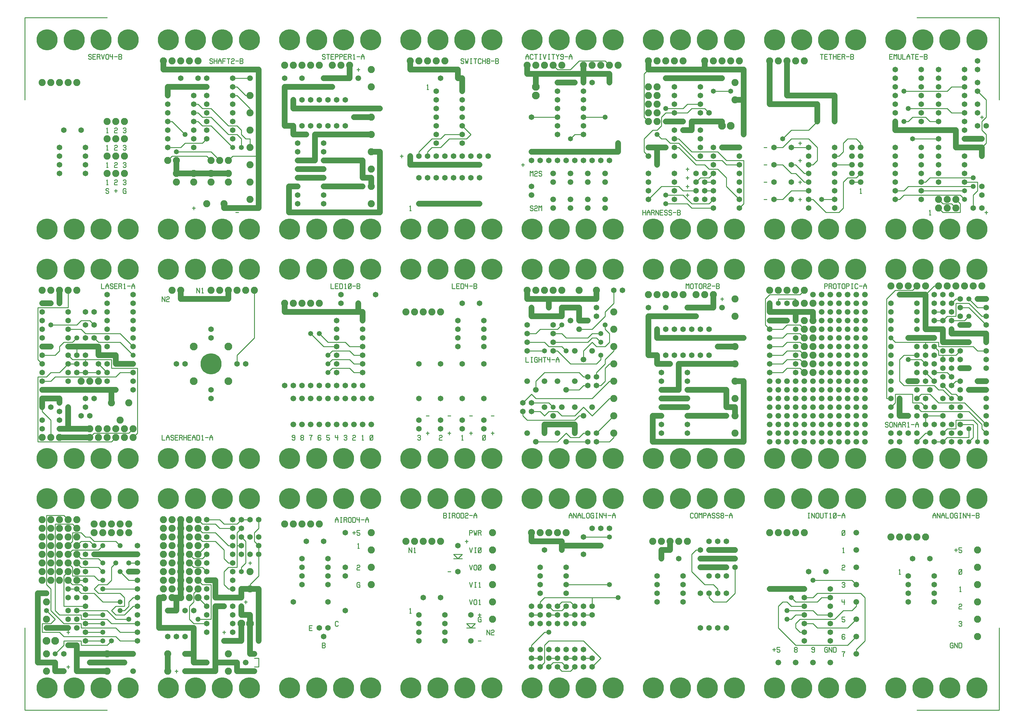
<source format=gtl>
%MOIN*%
%FSLAX25Y25*%
G04 D10 used for Character Trace; *
G04     Circle (OD=.01000) (No hole)*
G04 D11 used for Power Trace; *
G04     Circle (OD=.06700) (No hole)*
G04 D12 used for Signal Trace; *
G04     Circle (OD=.01100) (No hole)*
G04 D13 used for Via; *
G04     Circle (OD=.05800) (Round. Hole ID=.02800)*
G04 D14 used for Component hole; *
G04     Circle (OD=.06500) (Round. Hole ID=.03500)*
G04 D15 used for Component hole; *
G04     Circle (OD=.06600) (Round. Hole ID=.04200)*
G04 D16 used for Component hole; *
G04     Circle (OD=.08200) (Round. Hole ID=.05200)*
G04 D17 used for Component hole; *
G04     Circle (OD=.08950) (Round. Hole ID=.05950)*
G04 D18 used for Component hole; *
G04     Circle (OD=.11600) (Round. Hole ID=.08600)*
G04 D19 used for Component hole; *
G04     Circle (OD=.15500) (Round. Hole ID=.12500)*
G04 D20 used for Component hole; *
G04     Circle (OD=.18200) (Round. Hole ID=.15200)*
G04 D21 used for Component hole; *
G04     Circle (OD=.24300) (Round. Hole ID=.21300)*
%ADD10C,.01000*%
%ADD11C,.06700*%
%ADD12C,.01100*%
%ADD13C,.05800*%
%ADD14C,.06500*%
%ADD15C,.06600*%
%ADD16C,.08200*%
%ADD17C,.08950*%
%ADD18C,.11600*%
%ADD19C,.15500*%
%ADD20C,.18200*%
%ADD21C,.24300*%
%IPPOS*%
%LPD*%
G90*X0Y0D02*D21*X25625Y25625D03*D14*              
X45000Y45000D03*D11*X35000D01*Y55000D01*X15000D01*
Y135000D01*X25000D01*D13*D03*D12*X30000Y115000D02*
Y140000D01*X45000Y100000D02*X30000Y115000D01*     
X45000Y100000D02*X65000D01*Y95000D01*X105000D01*  
X110000Y90000D01*X130000D01*D14*D03*Y100000D03*   
D12*X100000D01*X95000Y105000D01*X65000D01*        
Y110000D01*X40000D01*X35000Y115000D01*Y215000D01* 
X55000D01*X60000Y210000D01*D16*D03*D12*           
X70000Y200000D02*X65000Y205000D01*                
X70000Y200000D02*X75000D01*X80000Y195000D01*      
X105000D01*X110000Y190000D01*D13*D03*             
X120000Y180000D03*D11*X80000D01*D13*D03*D12*      
X90000Y170000D02*X85000Y175000D01*D13*            
X90000Y170000D03*D12*X65000Y175000D02*X85000D01*  
X65000D02*X60000Y180000D01*D16*D03*D12*X50000D02* 
X55000Y185000D01*D16*X50000Y180000D03*D12*        
X55000Y185000D02*X85000D01*X90000Y190000D01*D13*  
D03*X80000D03*D12*X75000Y195000D01*X65000D01*     
X60000Y190000D01*D16*D03*D12*X50000D02*           
X55000Y195000D01*D16*X50000Y190000D03*D12*        
X55000Y195000D02*Y205000D01*X65000D01*D16*        
X60000Y200000D03*X50000Y220000D03*D12*            
X45000Y225000D01*X25000D01*Y145000D01*            
X30000Y140000D01*D16*X40000Y150000D03*X20000D03*  
X30000D03*D12*X45000Y120000D02*Y155000D01*        
Y120000D02*X70000D01*D14*D03*X60000Y130000D03*    
X70000D03*Y110000D03*D12*X90000D01*D13*D03*D12*   
X105000Y105000D02*X95000Y115000D01*               
X105000Y105000D02*X120000D01*D13*D03*D12*         
X105000Y110000D02*X115000D01*X105000D02*          
X100000Y115000D01*X105000Y120000D01*X115000D01*   
Y130000D01*X110000Y135000D01*X85000D01*           
X80000Y140000D01*X85000Y145000D01*X95000D01*      
X100000Y150000D01*Y165000D01*X105000Y170000D01*   
D13*D03*X110000Y160000D03*D12*X120000Y150000D01*  
X130000D01*D14*D03*D13*X120000Y160000D03*D11*     
X130000D01*D14*D03*D13*X120000Y170000D03*D12*     
X130000D01*D14*D03*D11*X120000Y180000D02*         
X130000D01*D14*D03*Y190000D03*D16*                
X120000Y205000D03*X110000D03*X100000D03*          
X120000Y215000D03*X110000D03*X100000D03*D13*      
X90000Y140000D03*D12*X130000D01*D14*D03*D12*      
X120000Y125000D02*X125000Y130000D01*              
X120000Y120000D02*Y125000D01*X115000Y115000D02*   
X120000Y120000D01*X110000Y115000D02*X115000D01*   
D13*X110000D03*D12*X115000Y110000D02*             
X125000Y120000D01*X130000D01*D14*D03*Y130000D03*  
D12*X125000D01*D13*X110000Y125000D03*D12*         
X90000D01*X80000Y135000D01*X65000D01*             
X60000Y140000D01*D14*D03*D12*X50000D01*D14*D03*   
D12*X55000Y145000D02*X65000D01*X70000Y140000D01*  
D14*D03*D16*X60000Y150000D03*D12*X70000D01*D14*   
D03*D16*X60000Y160000D03*D14*X70000D03*D12*       
X85000Y150000D02*X80000Y155000D01*                
X85000Y150000D02*X90000D01*D13*D03*D12*           
X55000Y155000D02*X80000D01*X55000D02*Y165000D01*  
X50000Y170000D01*D16*D03*X40000Y180000D03*        
Y160000D03*X60000Y170000D03*D12*X65000Y165000D01* 
X85000D01*X90000Y160000D01*D13*D03*D14*           
X70000Y180000D03*Y170000D03*Y190000D03*D12*       
X55000Y145000D02*X50000Y150000D01*D16*D03*D12*    
X45000Y155000D02*X50000Y160000D01*D16*D03*        
X40000Y170000D03*X30000Y180000D03*Y170000D03*     
Y160000D03*X20000Y190000D03*Y180000D03*Y170000D03*
Y160000D03*D14*X50000Y130000D03*D16*              
X40000Y190000D03*X30000D03*X25000Y125000D03*      
X50000Y200000D03*X40000D03*X30000D03*X20000D03*   
D12*X60000Y115000D02*X95000D01*D14*X60000D03*     
X50000Y105000D03*Y115000D03*X60000Y105000D03*     
X70000Y100000D03*D12*X90000D01*D13*D03*Y90000D03* 
D12*X70000D01*D14*D03*D15*X60000Y95000D03*D12*    
X65000Y75000D02*Y80000D01*Y75000D02*X95000D01*    
X100000Y80000D01*D13*D03*D12*X110000D02*          
X105000Y85000D01*X110000Y80000D02*X130000D01*D14* 
D03*D15*X125000Y65000D03*D11*X95000D01*D16*D03*   
D11*X60000D01*Y55000D01*D15*D03*D11*Y45000D01*    
X95000D01*D16*D03*D13*X75000Y55000D03*D11*        
X115000D01*D15*D03*X125000Y45000D03*D13*          
X90000Y80000D03*D12*X70000D01*D14*D03*D12*        
X45000D02*X65000D01*X45000Y75000D02*Y80000D01*    
X35000Y65000D02*X45000Y75000D01*D13*              
X35000Y65000D03*D14*X45000D03*D16*X25000D03*D10*  
X48326Y50000D02*X51674D01*X50000Y51914D02*        
Y48086D01*D17*X35000Y80000D03*D14*X50000Y75000D03*
D11*X60000D01*Y65000D01*D12*X45000Y85000D02*      
X105000D01*D14*X130000Y110000D03*X50000Y95000D03* 
D11*X25000D01*D13*D03*D12*X20000Y100000D02*       
X30000D01*X20000Y90000D02*Y100000D01*Y90000D02*   
X40000D01*X45000Y85000D01*D10*X48326Y90000D02*    
X51674D01*X50000Y91914D02*Y88086D01*D12*          
X30000Y100000D02*X35000Y105000D01*                
X25000Y115000D01*D13*D03*D16*Y105000D03*D17*      
Y80000D03*D16*Y45000D03*X90000Y205000D03*         
X80000D03*D21*X56875Y25625D03*X88125D03*          
X119375D03*D16*X50000Y210000D03*X40000D03*        
X30000D03*X20000D03*X90000Y215000D03*X80000D03*   
X60000Y220000D03*X40000D03*X30000D03*X20000D03*   
D21*X119375Y244375D03*X88125D03*X56875D03*        
X25625D03*G90*X0Y0D02*D11*X155000Y95000D02*       
X195000D01*Y85000D01*D14*D03*D11*Y65000D01*       
Y55000D01*X210000D01*D13*D03*D11*X185000Y45000D02*
X220000D01*D14*X185000D03*D10*X173326D02*         
X176674D01*X175000Y46914D02*Y43086D01*D16*        
X165000Y65000D03*D11*Y45000D01*D16*D03*D14*       
X185000Y65000D03*D11*X195000D01*D14*              
X175000Y85000D03*X185000D03*D11*X220000Y45000D02* 
Y55000D01*X245000D01*Y45000D01*X265000D01*D15*D03*
D12*Y50000D02*X270000D01*Y60000D01*X265000D01*D11*
X260000Y65000D02*X265000D01*D15*D03*D11*          
X260000D02*Y100000D01*D17*D03*D11*Y110000D01*     
X250000D01*Y120000D01*D14*D03*D10*                
X253326Y125000D02*X256674D01*X255000Y126914D02*   
Y123086D01*D14*X240000Y130000D03*D11*X220000D01*  
Y150000D01*X210000D01*D14*D03*D12*                
X215000Y105000D02*Y145000D01*X200000Y105000D02*   
X215000D01*D13*X200000D03*D12*X195000Y100000D02*  
X210000D01*D14*D03*Y110000D03*Y90000D03*          
X195000Y115000D03*D12*Y100000D02*                 
X190000Y105000D01*Y120000D01*X195000Y125000D01*   
Y135000D01*X200000Y140000D01*D16*D03*D12*         
X205000Y145000D02*X215000D01*D14*                 
X210000Y140000D03*D12*X205000Y145000D02*          
X200000Y150000D01*D16*D03*D14*X210000Y160000D03*  
D12*X205000Y165000D01*X195000D01*                 
X190000Y170000D01*D16*D03*D12*X195000Y175000D02*  
X205000D01*X210000Y180000D01*D14*D03*D16*         
X200000Y190000D03*Y170000D03*D14*                 
X210000Y190000D03*D12*X200000Y180000D01*D16*D03*  
D12*X195000Y175000D02*X190000Y180000D01*D16*D03*  
X180000Y190000D03*D11*Y180000D01*D16*D03*D11*     
Y170000D01*D16*D03*D11*Y160000D01*D16*D03*D11*    
Y150000D01*D16*D03*D11*Y140000D01*D16*D03*D11*    
Y130000D01*D16*D03*D11*X175000D01*Y115000D01*D14* 
D03*D11*X165000D01*D14*D03*D11*X170000Y130000D02* 
X175000D01*D16*X170000D03*X160000Y140000D03*      
X170000D03*X160000Y130000D03*D11*X155000D01*      
Y95000D01*D14*X165000Y85000D03*X185000Y115000D03* 
D16*X190000Y130000D03*Y140000D03*                 
X200000Y130000D03*D12*X210000Y120000D01*D14*D03*  
D11*X220000Y55000D02*Y120000D01*D16*              
X235000Y45000D03*Y65000D03*D15*X230000Y80000D03*  
D11*X250000D01*Y100000D01*D17*D03*D14*            
X240000Y110000D03*Y90000D03*Y100000D03*D15*       
X270000Y80000D03*D11*Y120000D01*D14*D03*D11*      
Y140000D01*X260000D01*D16*D03*D11*X250000D01*     
Y130000D01*X240000D01*D13*X230000Y120000D03*D11*  
X220000D01*D14*X210000Y130000D03*                 
X240000Y140000D03*D12*X235000D01*                 
X230000Y145000D01*Y160000D01*X235000Y165000D01*   
X245000D01*Y190000D01*X250000D01*D14*D03*D12*     
X255000Y170000D02*Y195000D01*X250000Y165000D02*   
X255000Y170000D01*X250000Y160000D02*Y165000D01*   
D13*Y160000D03*D10*X258326Y170000D02*X261674D01*  
X260000Y171914D02*Y168086D01*D14*                 
X240000Y170000D03*D12*X235000D01*                 
X230000Y175000D01*Y185000D01*X220000Y195000D01*   
X205000D01*X200000Y200000D01*D16*D03*D12*         
X205000Y205000D02*X220000D01*X235000Y190000D01*   
X240000D01*D14*D03*D12*X245000D02*Y205000D01*     
X250000Y210000D01*D14*D03*D12*X230000Y215000D02*  
X245000D01*X230000D02*X225000Y220000D01*          
X210000D01*D14*D03*D12*X205000Y215000D02*         
X220000D01*X225000Y210000D01*X240000D01*D14*D03*  
D12*X245000Y215000D02*X250000Y220000D01*D14*D03*  
D12*X260000D01*D14*D03*D12*X265000Y205000D02*     
X270000Y210000D01*X265000Y195000D02*Y205000D01*   
X270000Y190000D02*X265000Y195000D01*D14*          
X270000Y190000D03*D12*Y180000D01*D14*D03*D12*     
Y155000D01*X260000Y145000D01*Y140000D01*D14*      
X240000Y160000D03*Y120000D03*Y150000D03*D16*      
X260000Y160000D03*D14*Y180000D03*X250000D03*      
X240000D03*X210000Y170000D03*D10*X228326Y90000D02*
X231674D01*X230000Y91914D02*Y88086D01*D12*        
X255000Y195000D02*X250000Y200000D01*D14*D03*      
X260000D03*X240000D03*X270000Y220000D03*D12*      
Y210000D01*D14*Y200000D03*X240000Y220000D03*D21*  
X259375Y244375D03*X228125D03*D14*                 
X210000Y210000D03*Y200000D03*D12*                 
X205000Y215000D02*X200000Y220000D01*D16*D03*      
X190000Y210000D03*Y220000D03*X200000Y210000D03*   
D12*X205000Y205000D01*D16*X190000Y190000D03*      
Y200000D03*X180000Y220000D03*D11*Y210000D01*D16*  
D03*D11*Y200000D01*D16*D03*D11*Y190000D01*D16*    
X170000Y200000D03*Y180000D03*Y190000D03*          
X160000Y210000D03*Y170000D03*Y200000D03*          
X170000Y170000D03*X160000Y190000D03*              
X170000Y210000D03*X160000Y180000D03*Y160000D03*   
X170000D03*Y220000D03*X190000Y160000D03*          
X160000Y220000D03*X200000Y160000D03*              
X160000Y150000D03*X170000D03*X190000D03*D21*      
X196875Y244375D03*X165625D03*D15*X255000Y55000D03*
D21*X165625Y25625D03*X196875D03*X228125D03*       
X259375D03*G90*X0Y0D02*D16*X300000Y215000D03*D21* 
X305625Y25625D03*Y244375D03*D14*X310000Y125000D03*
D16*Y215000D03*D14*X320000Y145000D03*Y155000D03*  
Y165000D03*Y175000D03*D16*Y215000D03*D14*         
X325000Y195000D03*D10*X331674Y92129D02*X328326D01*
Y97871D01*X331674D01*X328326Y95000D02*X330837D01* 
D16*X330000Y215000D03*D21*X336875Y25625D03*       
Y244375D03*D14*X340000Y95000D03*D16*Y215000D03*   
D10*X343326Y72129D02*Y77871D01*X345837D01*        
X346674Y76914D01*Y75957D01*X345837Y75000D01*      
X346674Y74043D01*Y73086D01*X345837Y72129D01*      
X343326D01*Y75000D02*X345837D01*D14*              
X345000Y85000D03*Y195000D03*X350000Y95000D03*     
Y125000D03*Y145000D03*Y155000D03*Y165000D03*      
Y175000D03*D10*X361674Y98086D02*X360837Y97129D01* 
X359163D01*X358326Y98086D01*Y101914D01*           
X359163Y102871D01*X360837D01*X361674Y101914D01*   
X358326Y217129D02*Y220000D01*X360000Y222871D01*   
X361674Y220000D01*Y217129D01*X358326Y220000D02*   
X361674D01*X365000Y217129D02*Y222871D01*          
X364163Y217129D02*X365837D01*X364163Y222871D02*   
X365837D01*X368326Y217129D02*Y222871D01*          
X370837D01*X371674Y221914D01*Y220957D01*          
X370837Y220000D01*X368326D01*X370837D02*          
X371674Y217129D01*X376674Y218086D02*              
X375837Y217129D01*X374163D01*X373326Y218086D01*   
Y221914D01*X374163Y222871D01*X375837D01*          
X376674Y221914D01*Y218086D01*X378326Y217129D02*   
Y222871D01*X380837D01*X381674Y221914D01*          
Y218086D01*X380837Y217129D01*X378326D01*          
X385837Y222871D02*Y217129D01*X383326Y222871D02*   
Y220000D01*X386674D01*X388326D02*X391674D01*      
X393326Y217129D02*Y220000D01*X395000Y222871D01*   
X396674Y220000D01*Y217129D01*X393326Y220000D02*   
X396674D01*D21*X368125Y25625D03*D14*              
X370000Y115000D03*Y155000D03*Y165000D03*          
Y205000D03*D21*X368125Y244375D03*D10*             
X378326Y205000D02*X381674D01*X380000Y206914D02*   
Y203086D01*X386674Y207871D02*X383326D01*          
Y205000D01*X385837D01*X386674Y204043D01*          
Y203086D01*X385837Y202129D01*X384163D01*          
X383326Y203086D01*X386674Y143086D02*              
X385837Y142129D01*X384163D01*X383326Y143086D01*   
Y146914D01*X384163Y147871D01*X385837D01*          
X386674Y146914D01*X385000Y145000D02*X386674D01*   
Y142129D01*X383326Y166914D02*X384163Y167871D01*   
X385837D01*X386674Y166914D01*Y165957D01*          
X385837Y165000D01*X384163D01*X383326Y164043D01*   
Y162129D01*X386674D01*X384163Y191914D02*          
X385000Y192871D01*Y187129D01*X384163D02*          
X385837D01*D21*X399375Y25625D03*D16*              
X400000Y145000D03*Y165000D03*Y185000D03*          
Y205000D03*D21*X399375Y244375D03*G90*X0Y0D02*D16* 
X440000Y195000D03*D21*X445625Y25625D03*D10*       
X444163Y116914D02*X445000Y117871D01*Y112129D01*   
X444163D02*X445837D01*X443326Y182129D02*          
Y187871D01*X446674Y182129D01*Y187871D01*          
X449163Y186914D02*X450000Y187871D01*Y182129D01*   
X449163D02*X450837D01*D21*X445625Y244375D03*D16*  
X450000Y195000D03*D14*X455000Y80000D03*Y90000D03* 
Y100000D03*Y110000D03*X460000Y130000D03*D16*      
Y195000D03*X470000D03*D21*X476875Y25625D03*       
Y244375D03*D14*X480000Y130000D03*D16*Y195000D03*  
D14*X485000Y80000D03*Y90000D03*Y100000D03*        
Y110000D03*D10*X483326Y222129D02*Y227871D01*      
X485837D01*X486674Y226914D01*Y225957D01*          
X485837Y225000D01*X486674Y224043D01*Y223086D01*   
X485837Y222129D01*X483326D01*Y225000D02*          
X485837D01*X490000Y222129D02*Y227871D01*          
X489163Y222129D02*X490837D01*X489163Y227871D02*   
X490837D01*X493326Y222129D02*Y227871D01*          
X495837D01*X496674Y226914D01*Y225957D01*          
X495837Y225000D01*X493326D01*X495837D02*          
X496674Y222129D01*X501674Y223086D02*              
X500837Y222129D01*X499163D01*X498326Y223086D01*   
Y226914D01*X499163Y227871D01*X500837D01*          
X501674Y226914D01*Y223086D01*X503326Y222129D02*   
Y227871D01*X505837D01*X506674Y226914D01*          
Y223086D01*X505837Y222129D01*X503326D01*          
X508326Y226914D02*X509163Y227871D01*X510837D01*   
X511674Y226914D01*Y225957D01*X510837Y225000D01*   
X509163D01*X508326Y224043D01*Y222129D01*          
X511674D01*X513326Y225000D02*X516674D01*          
X518326Y222129D02*Y225000D01*X520000Y227871D01*   
X521674Y225000D01*Y222129D01*X518326Y225000D02*   
X521674D01*X488326Y160000D02*X491674D01*D12*      
X495000Y175000D02*X500000D01*X505000D01*          
X500000D02*X505000Y180000D01*X500000Y175000D02*   
X495000Y180000D01*X505000D01*D10*                 
X513326Y187871D02*X515000Y182129D01*              
X516674Y187871D01*X520000Y182129D02*Y187871D01*   
X519163Y182129D02*X520837D01*X519163Y187871D02*   
X520837D01*X526674Y183086D02*X525837Y182129D01*   
X524163D01*X523326Y183086D01*Y186914D01*          
X524163Y187871D01*X525837D01*X526674Y186914D01*   
Y183086D01*X523326Y182129D02*X526674Y187871D01*   
D14*X500000Y190000D03*D10*X508326Y195000D02*      
X511674D01*X510000Y196914D02*Y193086D01*          
X513326Y167871D02*X515000Y162129D01*              
X516674Y167871D01*X521674Y163086D02*              
X520837Y162129D01*X519163D01*X518326Y163086D01*   
Y166914D01*X519163Y167871D01*X520837D01*          
X521674Y166914D01*Y163086D01*X526674D02*          
X525837Y162129D01*X524163D01*X523326Y163086D01*   
Y166914D01*X524163Y167871D01*X525837D01*          
X526674Y166914D01*Y163086D01*X523326Y162129D02*   
X526674Y167871D01*D14*X500000Y160000D03*D10*      
X513326Y202129D02*Y207871D01*X515837D01*          
X516674Y206914D01*Y205957D01*X515837Y205000D01*   
X513326D01*X518326Y207871D02*X519163Y202129D01*   
X520000Y205000D01*X520837Y202129D01*              
X521674Y207871D01*X523326Y202129D02*Y207871D01*   
X525837D01*X526674Y206914D01*Y205957D01*          
X525837Y205000D01*X523326D01*X525837D02*          
X526674Y202129D01*D16*X540000Y145000D03*          
Y165000D03*Y185000D03*D10*X513326Y147871D02*      
X515000Y142129D01*X516674Y147871D01*              
X520000Y142129D02*Y147871D01*X519163Y142129D02*   
X520837D01*X519163Y147871D02*X520837D01*          
X524163Y146914D02*X525000Y147871D01*Y142129D01*   
X524163D02*X525837D01*D16*X540000Y205000D03*D10*  
X513326Y127871D02*X515000Y122129D01*              
X516674Y127871D01*X521674Y123086D02*              
X520837Y122129D01*X519163D01*X518326Y123086D01*   
Y126914D01*X519163Y127871D01*X520837D01*          
X521674Y126914D01*Y123086D01*X524163Y126914D02*   
X525000Y127871D01*Y122129D01*X524163D02*          
X525837D01*D16*X540000Y125000D03*D21*             
X539375Y244375D03*X508125D03*D14*                 
X515000Y110000D03*D10*X523326D02*X526674D01*      
X525000Y111914D02*Y108086D01*X526674Y103086D02*   
X525837Y102129D01*X524163D01*X523326Y103086D01*   
Y106914D01*X524163Y107871D01*X525837D01*          
X526674Y106914D01*X525000Y105000D02*X526674D01*   
Y102129D01*D16*X540000Y105000D03*D12*             
X515000Y95000D02*X510000Y100000D01*Y95000D02*     
X515000D01*X520000D01*X515000D02*                 
X520000Y100000D01*X510000D01*D14*X515000Y80000D03*
D10*X523326D02*X526674D01*X533326Y87129D02*       
Y92871D01*X536674Y87129D01*Y92871D01*             
X538326Y91914D02*X539163Y92871D01*X540837D01*     
X541674Y91914D01*Y90957D01*X540837Y90000D01*      
X539163D01*X538326Y89043D01*Y87129D01*X541674D01* 
D21*X508125Y25625D03*X539375D03*G90*X0Y0D02*      
X585625Y25625D03*D14*X585000Y50000D03*Y60000D03*  
D12*X595000D01*D14*D03*D12*Y50000D02*             
X600000Y55000D01*D14*X595000Y50000D03*D12*        
X600000Y55000D02*Y75000D01*X605000Y80000D01*      
X645000D01*X665000Y60000D01*X655000Y50000D01*D14* 
D03*X645000Y60000D03*D12*X655000D01*D14*D03*      
X645000Y70000D03*Y50000D03*X635000Y70000D03*      
Y60000D03*D12*X625000D01*D14*D03*D12*Y50000D02*   
X620000Y55000D01*D14*X625000Y50000D03*D12*        
X620000Y45000D02*X630000D01*X620000D02*           
X615000Y50000D01*D14*D03*D12*X610000Y55000D02*    
X620000D01*X605000Y50000D02*X610000Y55000D01*D14* 
X605000Y50000D03*X615000Y60000D03*D12*X605000D01* 
D14*D03*X615000Y70000D03*X595000D03*X605000D03*   
D12*X585000D02*Y75000D01*D14*Y70000D03*D12*       
Y75000D02*X600000Y90000D01*X605000D01*D13*D03*D14*
X615000Y100000D03*X595000D03*X605000D03*          
X625000Y70000D03*Y110000D03*D12*X635000D01*D14*   
D03*X645000Y100000D03*Y120000D03*X625000D03*D12*  
X620000Y115000D01*X610000D01*X605000Y120000D01*   
D14*D03*X615000Y110000D03*D12*X605000D01*D14*D03* 
X615000Y120000D03*D12*X620000Y125000D01*          
X630000D01*X635000Y120000D01*D14*D03*             
X645000Y110000D03*D12*X655000D01*D14*D03*         
Y120000D03*D12*Y130000D01*X600000D01*             
X595000Y125000D01*Y120000D01*D14*D03*             
X585000Y110000D03*D12*X595000D01*D14*D03*         
X585000Y120000D03*Y100000D03*X595000Y135000D03*   
X625000Y100000D03*Y135000D03*Y145000D03*D12*      
X675000D01*D13*D03*X685000Y130000D03*D12*         
X655000D01*D14*X625000Y155000D03*                 
X635000Y100000D03*X625000Y165000D03*              
X645000Y180000D03*X600000Y185000D03*X620000D03*   
D11*Y190000D01*X645000D01*D14*D03*D11*X665000D01* 
D13*D03*X675000Y200000D03*D12*X645000D01*D14*D03* 
X655000Y210000D03*D16*X625000Y205000D03*D14*      
X665000Y210000D03*D11*X620000Y190000D02*          
Y195000D01*X585000D01*Y205000D01*D16*D03*         
X595000D03*X605000D03*X615000D03*D21*             
X616875Y244375D03*X585625D03*D14*                 
X595000Y165000D03*D10*X628326Y222129D02*          
Y225000D01*X630000Y227871D01*X631674Y225000D01*   
Y222129D01*X628326Y225000D02*X631674D01*          
X633326Y222129D02*Y227871D01*X636674Y222129D01*   
Y227871D01*X638326Y222129D02*Y225000D01*          
X640000Y227871D01*X641674Y225000D01*Y222129D01*   
X638326Y225000D02*X641674D01*X643326Y227871D02*   
Y222129D01*X646674D01*X651674Y223086D02*          
X650837Y222129D01*X649163D01*X648326Y223086D01*   
Y226914D01*X649163Y227871D01*X650837D01*          
X651674Y226914D01*Y223086D01*X656674D02*          
X655837Y222129D01*X654163D01*X653326Y223086D01*   
Y226914D01*X654163Y227871D01*X655837D01*          
X656674Y226914D01*X655000Y225000D02*X656674D01*   
Y222129D01*X660000D02*Y227871D01*                 
X659163Y222129D02*X660837D01*X659163Y227871D02*   
X660837D01*X663326Y222129D02*Y227871D01*          
X666674Y222129D01*Y227871D01*X670837D02*          
Y222129D01*X668326Y227871D02*Y225000D01*          
X671674D01*X673326D02*X676674D01*                 
X678326Y222129D02*Y225000D01*X680000Y227871D01*   
X681674Y225000D01*Y222129D01*X678326Y225000D02*   
X681674D01*D14*X595000Y155000D03*Y145000D03*D21*  
X648125Y244375D03*D14*X675000Y210000D03*D21*      
X679375Y244375D03*D14*X635000Y50000D03*D12*       
X630000Y45000D01*D21*X648125Y25625D03*X616875D03* 
X679375D03*G90*X0Y0D02*X725625Y25625D03*D16*      
X725000Y195000D03*D21*X725625Y244375D03*D14*      
X730000Y125000D03*Y135000D03*Y145000D03*          
Y155000D03*X735000Y175000D03*D11*Y185000D01*      
X745000D01*Y195000D01*D16*D03*X755000D03*         
X735000D03*X765000D03*D14*X755000Y175000D03*D12*  
X770000Y160000D02*Y180000D01*X785000Y145000D02*   
X770000Y160000D01*X785000Y145000D02*X795000D01*   
X800000Y140000D01*Y135000D01*D14*D03*D12*         
X795000Y125000D02*X810000D01*X795000D02*          
X790000Y130000D01*Y135000D01*D14*D03*X780000D03*  
X810000Y155000D03*D12*Y125000D02*                 
X820000Y135000D01*Y165000D01*D14*D03*Y175000D03*  
D11*X800000D01*D13*D03*D11*X780000D01*D14*D03*D13*
X790000Y165000D03*D11*X780000D01*D14*D03*         
X790000Y155000D03*D11*Y165000D02*X810000D01*D13*  
D03*D14*X800000Y155000D03*D13*X790000Y185000D03*  
D11*X810000D01*D13*D03*D11*X820000D01*D14*D03*    
X810000Y195000D03*X800000D03*X790000D03*          
X780000Y185000D03*D12*X775000D01*                 
X770000Y180000D01*D14*X760000Y155000D03*          
Y145000D03*Y135000D03*D10*X771674Y223086D02*      
X770837Y222129D01*X769163D01*X768326Y223086D01*   
Y226914D01*X769163Y227871D01*X770837D01*          
X771674Y226914D01*X776674Y223086D02*              
X775837Y222129D01*X774163D01*X773326Y223086D01*   
Y226914D01*X774163Y227871D01*X775837D01*          
X776674Y226914D01*Y223086D01*X778326Y222129D02*   
Y227871D01*X780000Y225957D01*X781674Y227871D01*   
Y222129D01*X783326D02*Y227871D01*X785837D01*      
X786674Y226914D01*Y225957D01*X785837Y225000D01*   
X783326D01*X788326Y222129D02*Y225000D01*          
X790000Y227871D01*X791674Y225000D01*Y222129D01*   
X788326Y225000D02*X791674D01*X796674Y226914D02*   
X795837Y227871D01*X794163D01*X793326Y226914D01*   
Y225957D01*X794163Y225000D01*X795837D01*          
X796674Y224043D01*Y223086D01*X795837Y222129D01*   
X794163D01*X793326Y223086D01*X801674Y226914D02*   
X800837Y227871D01*X799163D01*X798326Y226914D01*   
Y225957D01*X799163Y225000D01*X800837D01*          
X801674Y224043D01*Y223086D01*X800837Y222129D01*   
X799163D01*X798326Y223086D01*X804163Y225000D02*   
X803326Y225957D01*Y226914D01*X804163Y227871D01*   
X805837D01*X806674Y226914D01*Y225957D01*          
X805837Y225000D01*X804163D01*X803326Y224043D01*   
Y223086D01*X804163Y222129D01*X805837D01*          
X806674Y223086D01*Y224043D01*X805837Y225000D01*   
X808326D02*X811674D01*X813326Y222129D02*          
Y225000D01*X815000Y227871D01*X816674Y225000D01*   
Y222129D01*X813326Y225000D02*X816674D01*D14*      
X810000Y135000D03*X760000Y125000D03*D21*          
X819375Y244375D03*X788125D03*X756875D03*D14*      
X780000Y95000D03*X790000D03*X800000D03*X810000D03*
D21*X756875Y25625D03*X788125D03*X819375D03*G90*   
X0Y0D02*D13*X860000Y140000D03*D11*X900000D01*D14* 
D03*D12*Y130000D02*X910000D01*D14*X900000D03*D12* 
X910000D02*X915000Y135000D01*X965000D01*          
X970000Y130000D01*Y80000D01*X960000Y70000D01*     
Y65000D01*D15*D03*D12*X890000Y75000D02*X950000D01*
X890000D02*X870000Y95000D01*Y120000D01*           
X875000Y125000D01*X880000D01*X885000Y120000D01*   
X900000D01*D14*D03*D12*X885000Y105000D02*         
X890000Y110000D01*X880000Y105000D02*X885000D01*   
D13*X880000D03*D12*X895000Y90000D02*              
X890000Y95000D01*X895000Y90000D02*X900000D01*D14* 
D03*D12*X915000Y95000D02*X910000Y100000D01*       
X915000Y95000D02*X950000D01*X960000Y105000D01*D15*
D03*D12*X945000Y115000D02*X955000D01*             
X935000Y105000D02*X945000Y115000D01*              
X895000Y105000D02*X935000D01*X890000Y100000D02*   
X895000Y105000D01*X890000Y95000D02*Y100000D01*D14*
X900000D03*D12*X910000D01*D14*X900000Y110000D03*  
D12*X890000D01*D13*X880000Y115000D03*D12*         
X910000D01*X915000Y110000D01*X930000D01*D14*D03*  
Y120000D03*Y100000D03*D10*X945837Y127871D02*      
Y122129D01*X943326Y127871D02*Y125000D01*          
X946674D01*D12*X890000D02*X915000D01*X890000D02*  
X885000Y130000D01*D13*D03*X910000Y150000D03*D12*  
X955000D01*X960000Y145000D01*D15*D03*D10*         
X943326Y146914D02*X944163Y147871D01*X945837D01*   
X946674Y146914D01*Y145957D01*X945837Y145000D01*   
X944163D01*X945837D02*X946674Y144043D01*          
Y143086D01*X945837Y142129D01*X944163D01*          
X943326Y143086D01*D15*X960000Y165000D03*          
Y125000D03*D12*Y120000D01*X955000Y115000D01*D10*  
X946674Y107871D02*X943326D01*Y105000D01*          
X945837D01*X946674Y104043D01*Y103086D01*          
X945837Y102129D01*X944163D01*X943326Y103086D01*   
D14*X930000Y140000D03*Y90000D03*Y130000D03*D12*   
X920000D01*X915000Y125000D01*D14*                 
X925000Y160000D03*X905000D03*D10*                 
X943326Y166914D02*X944163Y167871D01*X945837D01*   
X946674Y166914D01*Y165957D01*X945837Y165000D01*   
X944163D01*X943326Y164043D01*Y162129D01*          
X946674D01*Y86914D02*X945837Y87871D01*X944163D01* 
X943326Y86914D01*Y83086D01*X944163Y82129D01*      
X945837D01*X946674Y83086D01*Y84043D01*            
X945837Y85000D01*X944163D01*X943326Y84043D01*D15* 
X960000Y85000D03*D12*X950000Y75000D01*D10*        
X943326Y67871D02*X946674D01*X945000Y65000D01*     
Y62129D01*D15*X930000Y55000D03*D14*Y80000D03*D10* 
X926674Y68086D02*X925837Y67129D01*X924163D01*     
X923326Y68086D01*Y71914D01*X924163Y72871D01*      
X925837D01*X926674Y71914D01*X925000Y70000D02*     
X926674D01*Y67129D01*X928326D02*Y72871D01*        
X931674Y67129D01*Y72871D01*X933326Y67129D02*      
Y72871D01*X935837D01*X936674Y71914D01*Y68086D01*  
X935837Y67129D01*X933326D01*X911674Y70957D02*     
X910837Y70000D01*X909163D01*X908326Y70957D01*     
Y71914D01*X909163Y72871D01*X910837D01*            
X911674Y71914D01*Y68086D01*X910837Y67129D01*      
X909163D01*X908326Y68086D01*D15*X910000Y55000D03* 
D21*X928125Y25625D03*D14*X900000Y80000D03*D21*    
X959375Y25625D03*X896875D03*D10*X889163Y70000D02* 
X888326Y70957D01*Y71914D01*X889163Y72871D01*      
X890837D01*X891674Y71914D01*Y70957D01*            
X890837Y70000D01*X889163D01*X888326Y69043D01*     
Y68086D01*X889163Y67129D01*X890837D01*            
X891674Y68086D01*Y69043D01*X890837Y70000D01*D15*  
X890000Y55000D03*X870000D03*D10*X863326Y70000D02* 
X866674D01*X865000Y71914D02*Y68086D01*            
X871674Y72871D02*X868326D01*Y70000D01*X870837D01* 
X871674Y69043D01*Y68086D01*X870837Y67129D01*      
X869163D01*X868326Y68086D01*D21*X865625Y25625D03* 
D15*X960000Y185000D03*D10*X944163Y186914D02*      
X945000Y187871D01*Y182129D01*X944163D02*          
X945837D01*D15*X960000Y205000D03*D10*             
X946674Y203086D02*X945837Y202129D01*X944163D01*   
X943326Y203086D01*Y206914D01*X944163Y207871D01*   
X945837D01*X946674Y206914D01*Y203086D01*          
X943326Y202129D02*X946674Y207871D01*D16*          
X900000Y205000D03*X890000D03*X880000D03*          
X870000D03*X860000D03*D10*X905000Y222129D02*      
Y227871D01*X904163Y222129D02*X905837D01*          
X904163Y227871D02*X905837D01*X908326Y222129D02*   
Y227871D01*X911674Y222129D01*Y227871D01*          
X916674Y223086D02*X915837Y222129D01*X914163D01*   
X913326Y223086D01*Y226914D01*X914163Y227871D01*   
X915837D01*X916674Y226914D01*Y223086D01*          
X921674Y227871D02*Y223086D01*X920837Y222129D01*   
X919163D01*X918326Y223086D01*Y227871D01*          
X925000Y222129D02*Y227871D01*X923326D02*          
X926674D01*X929163Y226914D02*X930000Y227871D01*   
Y222129D01*X929163D02*X930837D01*                 
X936674Y223086D02*X935837Y222129D01*X934163D01*   
X933326Y223086D01*Y226914D01*X934163Y227871D01*   
X935837D01*X936674Y226914D01*Y223086D01*          
X933326Y222129D02*X936674Y227871D01*              
X938326Y225000D02*X941674D01*X943326Y222129D02*   
Y225000D01*X945000Y227871D01*X946674Y225000D01*   
Y222129D01*X943326Y225000D02*X946674D01*D21*      
X959375Y244375D03*X928125D03*X896875D03*          
X865625D03*G90*X0Y0D02*D16*X1000000Y200000D03*D21*
X1005625Y25625D03*Y244375D03*D10*                 
X1009163Y161914D02*X1010000Y162871D01*Y157129D01* 
X1009163D02*X1010837D01*D16*X1010000Y200000D03*   
D14*X1020000Y125000D03*Y135000D03*Y145000D03*     
Y155000D03*D16*Y200000D03*D14*X1025000Y175000D03* 
D16*X1030000Y200000D03*D21*X1036875Y25625D03*     
Y244375D03*D16*X1040000Y200000D03*D14*            
X1045000Y175000D03*X1050000Y125000D03*Y135000D03* 
Y145000D03*Y155000D03*D10*X1048326Y222129D02*     
Y225000D01*X1050000Y227871D01*X1051674Y225000D01* 
Y222129D01*X1048326Y225000D02*X1051674D01*        
X1053326Y222129D02*Y227871D01*X1056674Y222129D01* 
Y227871D01*X1058326Y222129D02*Y225000D01*         
X1060000Y227871D01*X1061674Y225000D01*Y222129D01* 
X1058326Y225000D02*X1061674D01*X1063326Y227871D02*
Y222129D01*X1066674D01*X1071674Y223086D02*        
X1070837Y222129D01*X1069163D01*X1068326Y223086D01*
Y226914D01*X1069163Y227871D01*X1070837D01*        
X1071674Y226914D01*Y223086D01*X1076674D02*        
X1075837Y222129D01*X1074163D01*X1073326Y223086D01*
Y226914D01*X1074163Y227871D01*X1075837D01*        
X1076674Y226914D01*X1075000Y225000D02*X1076674D01*
Y222129D01*X1080000D02*Y227871D01*                
X1079163Y222129D02*X1080837D01*X1079163Y227871D02*
X1080837D01*X1083326Y222129D02*Y227871D01*        
X1086674Y222129D01*Y227871D01*X1090837D02*        
Y222129D01*X1088326Y227871D02*Y225000D01*         
X1091674D01*X1093326D02*X1096674D01*              
X1098326Y222129D02*Y227871D01*X1100837D01*        
X1101674Y226914D01*Y225957D01*X1100837Y225000D01* 
X1101674Y224043D01*Y223086D01*X1100837Y222129D01* 
X1098326D01*Y225000D02*X1100837D01*D21*           
X1068125Y25625D03*D10*X1071674Y73086D02*          
X1070837Y72129D01*X1069163D01*X1068326Y73086D01*  
Y76914D01*X1069163Y77871D01*X1070837D01*          
X1071674Y76914D01*X1070000Y75000D02*X1071674D01*  
Y72129D01*X1073326D02*Y77871D01*X1076674Y72129D01*
Y77871D01*X1078326Y72129D02*Y77871D01*X1080837D01*
X1081674Y76914D01*Y73086D01*X1080837Y72129D01*    
X1078326D01*D21*X1068125Y244375D03*D10*           
X1073326Y185000D02*X1076674D01*X1075000Y186914D02*
Y183086D01*X1081674Y187871D02*X1078326D01*        
Y185000D01*X1080837D01*X1081674Y184043D01*        
Y183086D01*X1080837Y182129D01*X1079163D01*        
X1078326Y183086D01*Y101914D02*X1079163Y102871D01* 
X1080837D01*X1081674Y101914D01*Y100957D01*        
X1080837Y100000D01*X1079163D01*X1080837D02*       
X1081674Y99043D01*Y98086D01*X1080837Y97129D01*    
X1079163D01*X1078326Y98086D01*Y121914D02*         
X1079163Y122871D01*X1080837D01*X1081674Y121914D01*
Y120957D01*X1080837Y120000D01*X1079163D01*        
X1078326Y119043D01*Y117129D01*X1081674D01*        
X1079163Y141914D02*X1080000Y142871D01*Y137129D01* 
X1079163D02*X1080837D01*X1081674Y158086D02*       
X1080837Y157129D01*X1079163D01*X1078326Y158086D01*
Y161914D01*X1079163Y162871D01*X1080837D01*        
X1081674Y161914D01*Y158086D01*X1078326Y157129D02* 
X1081674Y162871D01*D21*X1099375Y25625D03*D16*     
X1100000Y85000D03*Y105000D03*Y125000D03*          
Y145000D03*Y165000D03*Y185000D03*D21*             
X1099375Y244375D03*G90*X0Y0D02*X119375Y290625D03* 
X88125D03*X56875D03*X25625D03*D12*                
X15000Y310000D02*X100000D01*X15000D02*Y385000D01* 
X25000D01*X30000Y390000D01*X40000D01*             
X50000Y400000D01*D14*D03*D12*X60000D01*D14*D03*   
D12*X55000Y405000D02*X70000D01*Y400000D01*D14*D03*
D12*Y405000D02*X100000D01*Y395000D01*X130000D01*  
Y320000D01*X125000Y315000D01*D16*D03*D12*         
X80000Y320000D02*X120000D01*X75000Y315000D02*     
X80000Y320000D01*D16*X75000Y315000D03*D11*        
X40000D01*D16*D03*D11*Y325000D02*X50000D01*D14*   
X40000D03*D12*X30000Y315000D02*Y335000D01*D16*    
Y315000D03*D14*X20000Y325000D03*D16*Y315000D03*   
D14*X40000Y335000D03*D12*X30000D02*               
X20000Y345000D01*Y350000D01*D14*D03*D11*          
Y360000D01*X40000D01*Y355000D01*D14*D03*          
X50000Y350000D03*D11*Y325000D01*X75000D01*D16*D03*
X85000Y315000D03*Y325000D03*D14*X75000Y340000D03* 
X65000D03*D16*X95000Y315000D03*Y325000D03*D12*    
X100000Y310000D02*X105000Y315000D01*D16*D03*      
X115000Y325000D03*Y315000D03*X105000Y325000D03*   
D12*X120000Y320000D02*X125000Y325000D01*D16*D03*  
X110000Y335000D03*X120000Y355000D03*X100000D03*   
D11*Y370000D01*X95000D01*D14*D03*D11*X50000D01*   
D14*D03*D11*X20000D01*D14*D03*D12*Y380000D02*     
X30000D01*D14*X20000D03*D12*X30000D02*            
X35000Y385000D01*X105000D01*X110000Y390000D01*    
X125000D01*D14*D03*Y400000D03*D11*X105000D01*     
Y410000D01*X85000D01*D14*D03*D11*Y420000D01*      
X60000D01*D12*Y410000D01*D14*D03*D12*             
X55000Y405000D02*X50000Y410000D01*D14*D03*D11*    
Y420000D02*X60000D01*D14*X50000D03*D12*           
X45000Y425000D02*X55000D01*X40000Y420000D02*      
X45000Y425000D01*X40000Y415000D02*Y420000D01*     
X35000Y410000D02*X40000Y415000D01*                
X20000Y410000D02*X35000D01*D14*X20000D03*D12*     
Y400000D02*X15000Y405000D01*D14*X20000Y400000D03* 
D12*X15000Y405000D02*Y465000D01*X50000D01*        
Y485000D01*D16*D03*X60000D03*X40000D03*D11*       
Y470000D01*D14*D03*X50000Y460000D03*D13*          
X30000Y470000D03*D11*X20000D01*D14*D03*Y460000D03*
D16*X30000Y485000D03*X20000D03*D14*Y450000D03*D13*
X30000Y445000D03*D12*X60000D01*X65000Y450000D01*  
X75000D01*X80000Y445000D01*D14*D03*D12*           
X70000Y435000D02*X110000D01*X125000Y420000D01*D14*
D03*Y430000D03*D13*Y410000D03*D12*                
X110000Y425000D01*X85000D01*X80000Y430000D01*D14* 
D03*D12*X70000Y435000D02*X65000Y440000D01*        
X50000D01*D14*D03*D13*X60000Y430000D03*D12*       
X55000Y425000D01*D14*X50000Y430000D03*            
X70000Y410000D03*Y430000D03*Y445000D03*           
X50000Y450000D03*D13*X30000Y420000D03*D11*        
X20000D01*D14*D03*Y430000D03*Y440000D03*          
X50000Y390000D03*X20000D03*X60000D03*D12*         
X70000D01*D14*D03*D12*X85000D01*D13*D03*D14*      
X95000Y380000D03*Y400000D03*D16*X75000Y380000D03* 
D14*X95000Y390000D03*D12*X85000Y400000D01*D14*D03*
D16*X65000Y380000D03*D14*X95000Y420000D03*D16*    
X85000Y380000D03*D14*X95000Y430000D03*D11*        
X100000Y370000D02*X105000D01*D13*D03*D14*         
X125000D03*Y380000D03*X80000Y360000D03*X70000D03* 
Y350000D03*X50000Y380000D03*X40000Y345000D03*     
X125000Y440000D03*X95000D03*X30000Y350000D03*     
X125000Y450000D03*X95000D03*X20000Y335000D03*     
X125000Y460000D03*X95000D03*X80000D03*X70000D03*  
X125000Y470000D03*X95000D03*X125000Y480000D03*    
X95000D03*D10*X88326Y492871D02*Y487129D01*        
X91674D01*X93326D02*Y490000D01*X95000Y492871D01*  
X96674Y490000D01*Y487129D01*X93326Y490000D02*     
X96674D01*X101674Y491914D02*X100837Y492871D01*    
X99163D01*X98326Y491914D01*Y490957D01*            
X99163Y490000D01*X100837D01*X101674Y489043D01*    
Y488086D01*X100837Y487129D01*X99163D01*           
X98326Y488086D01*X106674Y487129D02*X103326D01*    
Y492871D01*X106674D01*X103326Y490000D02*          
X105837D01*X108326Y487129D02*Y492871D01*          
X110837D01*X111674Y491914D01*Y490957D01*          
X110837Y490000D01*X108326D01*X110837D02*          
X111674Y487129D01*X114163Y491914D02*              
X115000Y492871D01*Y487129D01*X114163D02*          
X115837D01*X118326Y490000D02*X121674D01*          
X123326Y487129D02*Y490000D01*X125000Y492871D01*   
X126674Y490000D01*Y487129D01*X123326Y490000D02*   
X126674D01*D21*X119375Y509375D03*X88125D03*       
X56875D03*X25625D03*G90*X0Y0D02*X259375Y290625D03*
X228125D03*X196875D03*X165625D03*D10*             
X158326Y317871D02*Y312129D01*X161674D01*          
X163326D02*Y315000D01*X165000Y317871D01*          
X166674Y315000D01*Y312129D01*X163326Y315000D02*   
X166674D01*X171674Y316914D02*X170837Y317871D01*   
X169163D01*X168326Y316914D01*Y315957D01*          
X169163Y315000D01*X170837D01*X171674Y314043D01*   
Y313086D01*X170837Y312129D01*X169163D01*          
X168326Y313086D01*X176674Y312129D02*X173326D01*   
Y317871D01*X176674D01*X173326Y315000D02*          
X175837D01*X178326Y312129D02*Y317871D01*          
X180837D01*X181674Y316914D01*Y315957D01*          
X180837Y315000D01*X178326D01*X180837D02*          
X181674Y312129D01*X183326D02*Y317871D01*          
X186674Y312129D02*Y317871D01*X183326Y315000D02*   
X186674D01*X191674Y312129D02*X188326D01*          
Y317871D01*X191674D01*X188326Y315000D02*          
X190837D01*X193326Y312129D02*Y315000D01*          
X195000Y317871D01*X196674Y315000D01*Y312129D01*   
X193326Y315000D02*X196674D01*X198326Y312129D02*   
Y317871D01*X200837D01*X201674Y316914D01*          
Y313086D01*X200837Y312129D01*X198326D01*          
X204163Y316914D02*X205000Y317871D01*Y312129D01*   
X204163D02*X205837D01*X208326Y315000D02*          
X211674D01*X213326Y312129D02*Y315000D01*          
X215000Y317871D01*X216674Y315000D01*Y312129D01*   
X213326Y315000D02*X216674D01*D14*                 
X215000Y360000D03*Y370000D03*D17*                 
X235000Y380000D03*X195000D03*D14*                 
X255000Y400000D03*X245000D03*D12*Y410000D01*      
X265000Y430000D01*Y485000D01*D16*D03*X255000D03*  
X245000D03*D21*X259375Y509375D03*D16*             
X235000Y485000D03*D11*Y475000D01*X180000D01*      
Y485000D01*D16*D03*X170000D03*D10*                
X198326Y482129D02*Y487871D01*X201674Y482129D01*   
Y487871D01*X204163Y486914D02*X205000Y487871D01*   
Y482129D01*X204163D02*X205837D01*                 
X158326Y472129D02*Y477871D01*X161674Y472129D01*   
Y477871D01*X163326Y476914D02*X164163Y477871D01*   
X165837D01*X166674Y476914D01*Y475957D01*          
X165837Y475000D01*X164163D01*X163326Y474043D01*   
Y472129D01*X166674D01*D21*X196875Y509375D03*      
X165625D03*D16*X215000Y485000D03*X225000D03*D14*  
X215000Y440000D03*D21*X228125Y509375D03*D14*      
X215000Y430000D03*D17*X195000Y420000D03*          
X235000D03*D14*X175000Y400000D03*X185000D03*D21*  
X215000D03*G90*X0Y0D02*X305625Y290625D03*D10*     
X311674Y315957D02*X310837Y315000D01*X309163D01*   
X308326Y315957D01*Y316914D01*X309163Y317871D01*   
X310837D01*X311674Y316914D01*Y313086D01*          
X310837Y312129D01*X309163D01*X308326Y313086D01*   
X319163Y315000D02*X318326Y315957D01*Y316914D01*   
X319163Y317871D01*X320837D01*X321674Y316914D01*   
Y315957D01*X320837Y315000D01*X319163D01*          
X318326Y314043D01*Y313086D01*X319163Y312129D01*   
X320837D01*X321674Y313086D01*Y314043D01*          
X320837Y315000D01*D15*X330000Y330000D03*          
X320000D03*X310000D03*D10*X328326Y317871D02*      
X331674D01*X330000Y315000D01*Y312129D01*D21*      
X336875Y290625D03*D10*X341674Y316914D02*          
X340837Y317871D01*X339163D01*X338326Y316914D01*   
Y313086D01*X339163Y312129D01*X340837D01*          
X341674Y313086D01*Y314043D01*X340837Y315000D01*   
X339163D01*X338326Y314043D01*D15*                 
X340000Y330000D03*D10*X351674Y317871D02*          
X348326D01*Y315000D01*X350837D01*                 
X351674Y314043D01*Y313086D01*X350837Y312129D01*   
X349163D01*X348326Y313086D01*D15*                 
X350000Y330000D03*X360000Y360000D03*X350000D03*   
X340000D03*X330000D03*X320000D03*X310000D03*D10*  
X360837Y317871D02*Y312129D01*X358326Y317871D02*   
Y315000D01*X361674D01*D15*X360000Y330000D03*D21*  
X368125Y290625D03*D10*X368326Y316914D02*          
X369163Y317871D01*X370837D01*X371674Y316914D01*   
Y315957D01*X370837Y315000D01*X369163D01*          
X370837D02*X371674Y314043D01*Y313086D01*          
X370837Y312129D01*X369163D01*X368326Y313086D01*   
D15*X370000Y330000D03*Y360000D03*D14*Y375000D03*  
X360000D03*X350000D03*X340000D03*X330000D03*      
X320000D03*X310000D03*X300000D03*D10*             
X378326Y316914D02*X379163Y317871D01*X380837D01*   
X381674Y316914D01*Y315957D01*X380837Y315000D01*   
X379163D01*X378326Y314043D01*Y312129D01*          
X381674D01*D15*X380000Y330000D03*Y360000D03*D14*  
Y375000D03*X390000Y390000D03*D12*X380000D01*      
X375000Y395000D01*X355000D01*X350000Y390000D01*   
D13*D03*D14*X360000Y400000D03*Y390000D03*D13*     
X350000Y400000D03*D12*X355000Y405000D01*          
X375000D01*X380000Y400000D01*X390000D01*D14*D03*  
D12*X380000Y410000D02*X390000D01*D14*D03*         
Y420000D03*D12*X375000D01*X370000Y425000D01*      
X350000D01*X340000Y435000D01*D13*D03*X330000D03*  
D12*X345000Y420000D01*X360000D01*D14*D03*D12*     
X350000Y410000D02*X355000Y415000D01*D13*          
X350000Y410000D03*D12*X355000Y415000D02*          
X375000D01*X380000Y410000D01*D14*                 
X360000Y430000D03*X390000D03*X360000Y410000D03*   
X390000Y440000D03*X360000D03*X390000Y375000D03*   
Y450000D03*D11*Y460000D01*X385000D01*X300000D01*  
Y470000D01*D16*D03*X310000D03*X320000D03*         
X330000D03*D21*X336875Y509375D03*X305625D03*D16*  
X340000Y470000D03*D10*X353326Y492871D02*          
Y487129D01*X356674D01*X361674D02*X358326D01*      
Y492871D01*X361674D01*X358326Y490000D02*          
X360837D01*X363326Y487129D02*Y492871D01*          
X365837D01*X366674Y491914D01*Y488086D01*          
X365837Y487129D01*X363326D01*X369163Y491914D02*   
X370000Y492871D01*Y487129D01*X369163D02*          
X370837D01*X376674Y488086D02*X375837Y487129D01*   
X374163D01*X373326Y488086D01*Y491914D01*          
X374163Y492871D01*X375837D01*X376674Y491914D01*   
Y488086D01*X373326Y487129D02*X376674Y492871D01*   
X378326Y490000D02*X381674D01*X383326Y487129D02*   
Y492871D01*X385837D01*X386674Y491914D01*          
Y490957D01*X385837Y490000D01*X386674Y489043D01*   
Y488086D01*X385837Y487129D01*X383326D01*          
Y490000D02*X385837D01*D14*X360000Y450000D03*      
X365000Y470000D03*Y480000D03*D21*                 
X368125Y509375D03*D11*X385000Y460000D02*          
Y470000D01*D14*D03*X405000Y480000D03*D21*         
X399375Y509375D03*D15*X390000Y360000D03*          
X400000D03*X390000Y330000D03*X400000D03*D10*      
X389163Y316914D02*X390000Y317871D01*Y312129D01*   
X389163D02*X390837D01*X401674Y313086D02*          
X400837Y312129D01*X399163D01*X398326Y313086D01*   
Y316914D01*X399163Y317871D01*X400837D01*          
X401674Y316914D01*Y313086D01*X398326Y312129D02*   
X401674Y317871D01*D21*X399375Y290625D03*G90*      
X0Y0D02*X445625Y290625D03*D10*X453326Y316914D02*  
X454163Y317871D01*X455837D01*X456674Y316914D01*   
Y315957D01*X455837Y315000D01*X454163D01*          
X455837D02*X456674Y314043D01*Y313086D01*          
X455837Y312129D01*X454163D01*X453326Y313086D01*   
D14*X455000Y325000D03*Y335000D03*Y360000D03*      
Y400000D03*D16*X460000Y460000D03*X450000D03*      
X440000D03*D10*X463326Y320000D02*X466674D01*      
X465000Y321914D02*Y318086D01*X463326Y340000D02*   
X466674D01*D16*X470000Y460000D03*D21*             
X476875Y290625D03*D10*X478326Y316914D02*          
X479163Y317871D01*X480837D01*X481674Y316914D01*   
Y315957D01*X480837Y315000D01*X479163D01*          
X478326Y314043D01*Y312129D01*X481674D01*D14*      
X480000Y325000D03*Y335000D03*Y360000D03*          
Y400000D03*D16*Y460000D03*D10*X488326Y320000D02*  
X491674D01*X490000Y321914D02*Y318086D01*          
X488326Y340000D02*X491674D01*X493326Y492871D02*   
Y487129D01*X496674D01*X501674D02*X498326D01*      
Y492871D01*X501674D01*X498326Y490000D02*          
X500837D01*X503326Y487129D02*Y492871D01*          
X505837D01*X506674Y491914D01*Y488086D01*          
X505837Y487129D01*X503326D01*X510837Y492871D02*   
Y487129D01*X508326Y492871D02*Y490000D01*          
X511674D01*X513326D02*X516674D01*                 
X518326Y487129D02*Y492871D01*X520837D01*          
X521674Y491914D01*Y490957D01*X520837Y490000D01*   
X521674Y489043D01*Y488086D01*X520837Y487129D01*   
X518326D01*Y490000D02*X520837D01*D14*             
X500000Y420000D03*Y430000D03*Y440000D03*          
Y450000D03*D10*X504163Y316914D02*                 
X505000Y317871D01*Y312129D01*X504163D02*          
X505837D01*D14*X505000Y325000D03*Y335000D03*      
Y360000D03*Y400000D03*Y470000D03*D21*             
X508125Y509375D03*X476875D03*X445625D03*          
X508125Y290625D03*D10*X513326Y320000D02*          
X516674D01*X515000Y321914D02*Y318086D01*          
X513326Y340000D02*X516674D01*D14*                 
X525000Y470000D03*D10*X531674Y313086D02*          
X530837Y312129D01*X529163D01*X528326Y313086D01*   
Y316914D01*X529163Y317871D01*X530837D01*          
X531674Y316914D01*Y313086D01*X528326Y312129D02*   
X531674Y317871D01*D14*X530000Y325000D03*          
Y335000D03*Y360000D03*Y400000D03*Y420000D03*      
Y430000D03*Y440000D03*Y450000D03*D21*             
X539375Y290625D03*D10*X538326Y320000D02*          
X541674D01*X540000Y321914D02*Y318086D01*          
X538326Y340000D02*X541674D01*D21*                 
X539375Y509375D03*G90*X0Y0D02*D12*                
X580000Y335000D02*X575000Y340000D01*              
X580000Y335000D02*X635000D01*X640000Y340000D01*   
X645000D01*D15*D03*X655000Y350000D03*X635000D03*  
D11*Y320000D02*Y330000D01*D15*Y320000D03*D12*     
X630000Y315000D02*X640000D01*X630000D02*          
X625000Y320000D01*X615000Y310000D01*X590000D01*   
D15*D03*X600000Y320000D03*D11*Y330000D01*         
X635000D01*D12*X640000Y315000D02*                 
X645000Y320000D01*X650000D01*D14*D03*             
X660000Y310000D03*D12*X675000D01*                 
X680000Y315000D01*Y320000D01*D16*D03*Y340000D03*  
D12*X660000Y320000D01*D14*D03*X650000Y310000D03*  
D12*X625000D01*D15*D03*X615000Y320000D03*D21*     
X616875Y290625D03*X648125D03*D12*                 
X655000Y340000D02*X675000Y360000D01*X680000D01*   
D16*D03*D12*X660000Y375000D02*X665000D01*D14*     
X660000D03*D12*X665000D02*X670000Y380000D01*      
Y395000D01*X675000Y400000D01*X680000D01*D16*D03*  
D12*X670000D02*Y405000D01*X660000Y390000D02*      
X670000Y400000D01*X660000Y385000D02*Y390000D01*   
D14*Y385000D03*X650000Y375000D03*D12*X645000D01*  
X640000Y370000D01*X625000D01*D15*D03*             
X635000Y380000D03*X615000D03*D12*                 
X635000Y340000D02*X645000Y350000D01*              
X620000Y340000D02*X635000D01*X620000D02*          
X615000Y345000D01*X605000D01*X600000Y340000D01*   
X595000Y345000D01*X585000D01*D14*D03*             
X575000Y355000D03*D12*X585000Y365000D01*          
X590000Y360000D01*X655000D01*X675000Y380000D01*   
X680000D01*D16*D03*D12*X630000Y400000D02*         
X660000D01*X630000D02*X615000Y415000D01*          
X610000D01*D14*D03*D12*X605000Y420000D02*         
X620000D01*X625000Y415000D01*D13*D03*D15*         
X635000D03*D14*X610000Y425000D03*D12*X650000D01*  
X655000Y430000D01*X660000D01*X665000Y425000D01*   
D13*D03*D12*X660000Y420000D02*X670000D01*         
X660000D02*X655000Y425000D01*X645000Y415000D01*   
Y405000D01*D15*D03*X655000Y415000D03*D12*         
X660000Y400000D02*X665000Y405000D01*Y410000D01*   
D13*D03*D12*X670000Y405000D02*X680000Y415000D01*  
Y420000D01*D16*D03*D12*X670000D02*                
X675000Y425000D01*Y435000D01*X670000Y440000D01*   
Y445000D01*D13*D03*D14*X660000Y455000D03*D16*     
X680000Y440000D03*D13*X665000Y435000D03*D12*      
X655000D01*X650000Y430000D01*X625000D01*          
X620000Y435000D01*X610000D01*D14*D03*D12*         
X595000Y440000D02*X615000D01*X590000Y435000D02*   
X595000Y440000D01*X580000Y435000D02*X590000D01*   
D14*X580000D03*Y445000D03*Y425000D03*D12*         
X600000D01*X605000Y420000D01*D13*                 
X600000Y415000D03*D12*X580000D01*D14*D03*D10*     
X578326Y407871D02*Y402129D01*X581674D01*          
X585000D02*Y407871D01*X584163Y402129D02*          
X585837D01*X584163Y407871D02*X585837D01*          
X591674Y403086D02*X590837Y402129D01*X589163D01*   
X588326Y403086D01*Y406914D01*X589163Y407871D01*   
X590837D01*X591674Y406914D01*X590000Y405000D02*   
X591674D01*Y402129D01*X593326D02*Y407871D01*      
X596674Y402129D02*Y407871D01*X593326Y405000D02*   
X596674D01*X600000Y402129D02*Y407871D01*          
X598326D02*X601674D01*X605837D02*Y402129D01*      
X603326Y407871D02*Y405000D01*X606674D01*          
X608326D02*X611674D01*X613326Y402129D02*          
Y405000D01*X615000Y407871D01*X616674Y405000D01*   
Y402129D01*X613326Y405000D02*X616674D01*D12*      
X590000Y380000D02*X600000Y390000D01*              
X590000Y370000D02*Y380000D01*D15*Y370000D03*      
X600000Y380000D03*X580000D03*D12*                 
X610000Y350000D02*X605000Y355000D01*D13*          
X610000Y350000D03*D12*X585000Y355000D02*          
X605000D01*D14*X585000D03*X575000Y345000D03*D12*  
Y340000D01*D15*X580000Y320000D03*                 
X600000Y350000D03*X610000Y340000D03*              
X620000Y350000D03*D12*X600000Y390000D02*          
X640000D01*X645000Y385000D01*X650000D01*D14*D03*  
D12*X655000Y340000D02*X645000Y350000D01*D21*      
X679375Y290625D03*X585625D03*D12*                 
X640000Y440000D02*X655000D01*D15*X640000D03*      
X650000Y450000D03*D11*X640000D01*Y465000D01*      
X620000D01*Y455000D01*X585000D01*Y465000D01*D14*  
D03*D11*X580000Y475000D02*X605000D01*Y465000D01*  
D14*D03*D11*Y475000D02*X660000D01*Y485000D01*D16* 
D03*D12*X670000Y460000D02*X680000Y470000D01*      
X670000Y455000D02*Y460000D01*X655000Y440000D02*   
X670000Y455000D01*D15*X630000Y450000D03*D14*      
X660000Y465000D03*D16*X680000Y460000D03*D12*      
Y470000D02*Y485000D01*D14*D03*X690000D03*D21*     
X679375Y509375D03*X648125D03*D16*                 
X640000Y485000D03*X620000D03*D13*Y445000D03*D12*  
X615000Y440000D01*D14*X610000Y445000D03*D11*      
X580000Y475000D02*Y485000D01*D16*D03*X590000D03*  
X600000D03*D21*X585625Y509375D03*D16*             
X610000Y485000D03*D21*X616875Y509375D03*G90*      
X0Y0D02*D11*X720000Y410000D02*X730000D01*D14*D03* 
D11*Y400000D01*X745000D01*D13*D03*D14*            
X735000Y390000D03*X750000Y410000D03*D11*          
X755000Y370000D02*Y400000D01*X735000Y370000D02*   
X755000D01*D14*X735000D03*Y380000D03*Y360000D03*  
D11*X765000D01*D14*D03*Y370000D03*D11*X810000D01* 
Y350000D01*X820000D01*Y340000D01*D16*D03*D13*     
X810000D03*D11*X765000D01*D14*D03*Y350000D03*D11* 
X735000D01*D14*D03*D11*X725000Y310000D02*         
Y340000D01*Y310000D02*X830000D01*Y380000D01*      
X820000D01*D16*D03*Y400000D03*D11*X755000D01*D14* 
X765000Y390000D03*X760000Y410000D03*X740000D03*   
X770000D03*X765000Y380000D03*X780000Y410000D03*   
D11*X730000Y430000D02*X830000D01*D13*D03*D16*     
X820000Y420000D03*D11*X800000D01*D13*D03*D14*     
X790000Y410000D03*X780000Y440000D03*X790000D03*   
X770000D03*D16*X820000Y455000D03*D13*X775000D03*  
D11*X740000D01*D13*D03*D11*X720000D01*Y410000D01* 
X730000Y430000D02*Y440000D01*D14*D03*X740000D03*  
X750000D03*X740000Y465000D03*X720000D03*          
X760000Y440000D03*D15*X765000Y465000D03*D11*      
X795000D01*Y480000D01*D16*D03*D10*                
X803326Y475000D02*X806674D01*X805000Y476914D02*   
Y473086D01*D16*X785000Y480000D03*D15*             
X805000Y465000D03*D16*X775000Y480000D03*          
X820000Y475000D03*D21*X819375Y509375D03*D10*      
X763326Y487129D02*Y492871D01*X765000Y490957D01*   
X766674Y492871D01*Y487129D01*X771674Y488086D02*   
X770837Y487129D01*X769163D01*X768326Y488086D01*   
Y491914D01*X769163Y492871D01*X770837D01*          
X771674Y491914D01*Y488086D01*X775000Y487129D02*   
Y492871D01*X773326D02*X776674D01*                 
X781674Y488086D02*X780837Y487129D01*X779163D01*   
X778326Y488086D01*Y491914D01*X779163Y492871D01*   
X780837D01*X781674Y491914D01*Y488086D01*          
X783326Y487129D02*Y492871D01*X785837D01*          
X786674Y491914D01*Y490957D01*X785837Y490000D01*   
X783326D01*X785837D02*X786674Y487129D01*          
X788326Y491914D02*X789163Y492871D01*X790837D01*   
X791674Y491914D01*Y490957D01*X790837Y490000D01*   
X789163D01*X788326Y489043D01*Y487129D01*          
X791674D01*X793326Y490000D02*X796674D01*          
X798326Y487129D02*Y492871D01*X800837D01*          
X801674Y491914D01*Y490957D01*X800837Y490000D01*   
X801674Y489043D01*Y488086D01*X800837Y487129D01*   
X798326D01*Y490000D02*X800837D01*D21*             
X788125Y509375D03*D16*X760000Y480000D03*D21*      
X756875Y509375D03*D16*X750000Y480000D03*          
X740000D03*X730000D03*D21*X725625Y509375D03*D16*  
X720000Y480000D03*X820000Y360000D03*D11*          
X725000Y340000D02*X735000D01*D14*D03*Y330000D03*  
Y320000D03*X765000D03*Y330000D03*D21*             
X725625Y290625D03*X756875D03*X788125D03*          
X819375D03*D16*X820000Y320000D03*G90*X0Y0D02*D12* 
X860000Y440000D02*X855000Y445000D01*D14*          
X860000Y440000D03*D12*X875000D01*                 
X880000Y445000D01*X895000D01*X900000Y440000D01*   
D16*D03*D12*Y430000D02*X895000Y435000D01*D16*     
X900000Y430000D03*D12*X880000Y435000D02*          
X895000D01*X875000Y430000D02*X880000Y435000D01*   
X860000Y430000D02*X875000D01*D14*X860000D03*      
Y420000D03*D12*X875000D01*X880000Y425000D01*      
X895000D01*X900000Y420000D01*D16*D03*D12*         
Y410000D02*X895000Y415000D01*D16*                 
X900000Y410000D03*D12*X880000Y415000D02*          
X895000D01*X875000Y410000D02*X880000Y415000D01*   
X860000Y410000D02*X875000D01*D14*X860000D03*      
Y400000D03*D12*X875000D01*X880000Y405000D01*      
X895000D01*X900000Y400000D01*D16*D03*D12*         
Y390000D02*X895000Y395000D01*D16*                 
X900000Y390000D03*D12*X880000Y395000D02*          
X895000D01*X875000Y390000D02*X880000Y395000D01*   
X860000Y390000D02*X875000D01*D14*X860000D03*D15*  
X870000Y380000D03*X860000D03*X880000Y370000D03*   
Y380000D03*X860000Y370000D03*X870000D03*          
X890000Y360000D03*D14*Y420000D03*D15*Y370000D03*  
Y380000D03*D14*Y390000D03*D15*X860000Y360000D03*  
D14*X890000Y400000D03*D15*X870000Y360000D03*D14*  
X890000Y410000D03*D15*X880000Y360000D03*          
X900000Y350000D03*Y360000D03*D14*                 
X890000Y430000D03*D15*X900000Y370000D03*          
Y380000D03*X860000Y350000D03*X870000D03*          
X880000D03*X890000D03*X910000Y340000D03*D16*      
Y440000D03*D15*Y350000D03*Y360000D03*D14*         
X890000Y440000D03*D15*X910000Y370000D03*          
Y380000D03*D16*Y390000D03*D15*X860000Y340000D03*  
D16*X910000Y400000D03*D15*X870000Y340000D03*D16*  
X910000Y410000D03*D15*X880000Y340000D03*D16*      
X910000Y420000D03*D15*X890000Y340000D03*D16*      
X910000Y430000D03*D15*X900000Y340000D03*D12*      
X855000Y445000D02*Y475000D01*X860000Y480000D01*   
X895000D01*X900000Y485000D01*D16*D03*D12*         
X890000Y470000D02*Y475000D01*D16*Y470000D03*D12*  
X870000Y475000D02*X890000D01*X870000Y470000D02*   
Y475000D01*D13*Y470000D03*D11*X860000Y460000D02*  
X890000D01*Y450000D01*D14*D03*D16*X900000D03*D11* 
X890000Y460000D02*X910000D01*Y450000D01*D16*D03*  
D15*X920000Y440000D03*Y460000D03*Y450000D03*      
X930000Y430000D03*Y470000D03*Y440000D03*          
X920000Y470000D03*X930000Y450000D03*D16*          
X910000Y470000D03*D15*X930000Y460000D03*D16*      
X900000Y470000D03*D15*X920000Y430000D03*          
X940000Y420000D03*Y480000D03*Y430000D03*          
X930000Y480000D03*D14*X880000Y470000D03*D15*      
X940000Y440000D03*X920000Y480000D03*              
X940000Y450000D03*X910000Y480000D03*D13*          
X880000Y450000D03*D11*X860000D01*D14*D03*D11*     
Y460000D02*Y470000D01*D14*D03*D16*                
X870000Y485000D03*X860000D03*X880000D03*          
X890000D03*D21*X896875Y509375D03*X865625D03*D15*  
X920000Y410000D03*Y420000D03*D10*                 
X923326Y487129D02*Y492871D01*X925837D01*          
X926674Y491914D01*Y490957D01*X925837Y490000D01*   
X923326D01*X928326Y487129D02*Y492871D01*          
X930837D01*X931674Y491914D01*Y490957D01*          
X930837Y490000D01*X928326D01*X930837D02*          
X931674Y487129D01*X936674Y488086D02*              
X935837Y487129D01*X934163D01*X933326Y488086D01*   
Y491914D01*X934163Y492871D01*X935837D01*          
X936674Y491914D01*Y488086D01*X940000Y487129D02*   
Y492871D01*X938326D02*X941674D01*                 
X946674Y488086D02*X945837Y487129D01*X944163D01*   
X943326Y488086D01*Y491914D01*X944163Y492871D01*   
X945837D01*X946674Y491914D01*Y488086D01*          
X948326Y487129D02*Y492871D01*X950837D01*          
X951674Y491914D01*Y490957D01*X950837Y490000D01*   
X948326D01*X955000Y487129D02*Y492871D01*          
X954163Y487129D02*X955837D01*X954163Y492871D02*   
X955837D01*X961674Y488086D02*X960837Y487129D01*   
X959163D01*X958326Y488086D01*Y491914D01*          
X959163Y492871D01*X960837D01*X961674Y491914D01*   
X963326Y490000D02*X966674D01*X968326Y487129D02*   
Y490000D01*X970000Y492871D01*X971674Y490000D01*   
Y487129D01*X968326Y490000D02*X971674D01*D15*      
X930000Y400000D03*Y410000D03*Y420000D03*D21*      
X928125Y509375D03*D15*X920000Y400000D03*          
X940000Y390000D03*Y400000D03*Y410000D03*          
Y460000D03*Y470000D03*X920000Y390000D03*          
X930000D03*X950000Y380000D03*Y390000D03*          
Y400000D03*Y410000D03*Y420000D03*Y430000D03*      
Y440000D03*Y450000D03*Y460000D03*Y470000D03*      
Y480000D03*X920000Y380000D03*X930000D03*          
X940000D03*X960000Y370000D03*Y380000D03*          
Y390000D03*Y400000D03*Y410000D03*Y420000D03*      
Y430000D03*Y440000D03*Y450000D03*Y460000D03*      
Y470000D03*Y480000D03*D21*X959375Y509375D03*D15*  
X920000Y370000D03*X930000D03*X940000D03*          
X950000D03*X970000Y360000D03*Y370000D03*          
Y380000D03*Y390000D03*Y400000D03*Y410000D03*      
Y420000D03*Y430000D03*Y440000D03*Y450000D03*      
Y460000D03*Y470000D03*Y480000D03*                 
X920000Y360000D03*X930000D03*X940000D03*          
X950000D03*X960000D03*X920000Y350000D03*          
X930000D03*X940000D03*X950000D03*X960000D03*      
X970000D03*X920000Y340000D03*X930000D03*          
X940000D03*X950000D03*X960000D03*X970000D03*      
X860000Y330000D03*X870000D03*X880000D03*          
X890000D03*X900000D03*X910000D03*X920000D03*      
X930000D03*X940000D03*X950000D03*X960000D03*      
X970000D03*X860000Y320000D03*X870000D03*          
X880000D03*X890000D03*X900000D03*X910000D03*      
X920000D03*X930000D03*X940000D03*X950000D03*      
X960000D03*X970000D03*X860000Y310000D03*          
X870000D03*X880000D03*X890000D03*X900000D03*      
X910000D03*X920000D03*X930000D03*X940000D03*      
X950000D03*X960000D03*X970000D03*D21*             
X865625Y290625D03*X896875D03*X928125D03*          
X959375D03*G90*X0Y0D02*D10*X996674Y331914D02*     
X995837Y332871D01*X994163D01*X993326Y331914D01*   
Y330957D01*X994163Y330000D01*X995837D01*          
X996674Y329043D01*Y328086D01*X995837Y327129D01*   
X994163D01*X993326Y328086D01*X1001674D02*         
X1000837Y327129D01*X999163D01*X998326Y328086D01*  
Y331914D01*X999163Y332871D01*X1000837D01*         
X1001674Y331914D01*Y328086D01*X1003326Y327129D02* 
Y332871D01*X1006674Y327129D01*Y332871D01*         
X1008326Y327129D02*Y330000D01*X1010000Y332871D01* 
X1011674Y330000D01*Y327129D01*X1008326Y330000D02* 
X1011674D01*X1013326Y327129D02*Y332871D01*        
X1015837D01*X1016674Y331914D01*Y330957D01*        
X1015837Y330000D01*X1013326D01*X1015837D02*       
X1016674Y327129D01*X1019163Y331914D02*            
X1020000Y332871D01*Y327129D01*X1019163D02*        
X1020837D01*X1023326Y330000D02*X1026674D01*       
X1028326Y327129D02*Y330000D01*X1030000Y332871D01* 
X1031674Y330000D01*Y327129D01*X1028326Y330000D02* 
X1031674D01*D12*X995000Y360000D02*X1000000D01*D14*
D03*D12*Y350000D02*X1005000Y355000D01*D14*        
X1000000Y350000D03*D12*X1005000Y355000D02*        
Y365000D01*X1025000D01*Y355000D01*X1035000D01*    
X1040000Y350000D01*D13*D03*D12*X1035000Y345000D02*
X1090000D01*X1105000Y330000D01*Y325000D01*        
X1110000Y320000D01*D14*D03*D12*X1100000Y310000D02*
Y330000D01*D13*Y310000D03*D12*X1090000D02*        
X1095000Y315000D01*D13*X1090000Y310000D03*D12*    
X1095000Y315000D02*Y330000D01*X1080000D01*D14*D03*
D12*X1075000Y325000D02*Y335000D01*                
X1065000Y325000D02*X1075000D01*X1060000Y320000D02*
X1065000Y325000D01*D14*X1060000Y320000D03*D12*    
Y310000D02*X1065000Y315000D01*D14*                
X1060000Y310000D03*D12*X1050000D01*D14*D03*D12*   
X1030000D02*X1040000Y320000D01*D14*               
X1030000Y310000D03*D12*X1040000Y320000D02*        
X1045000D01*D14*D03*X1050000Y330000D03*           
X1040000Y310000D03*Y330000D03*D12*Y340000D01*D14* 
D03*D12*X1060000D01*D14*D03*X1070000Y330000D03*   
Y350000D03*X1050000D03*X1060000Y330000D03*D12*    
X1075000Y335000D02*X1095000D01*X1100000Y330000D01*
D14*X1110000Y340000D03*Y330000D03*D12*            
X1085000Y355000D01*X1055000D01*X1045000Y365000D01*
X1035000D01*X1030000Y360000D01*D14*D03*           
X1040000D03*X1030000Y370000D03*Y350000D03*D12*    
X1035000Y345000D01*D14*X1030000Y340000D03*D13*    
X1020000D03*D11*X1010000D01*Y360000D01*D13*D03*   
D14*X1000000Y370000D03*D12*X1015000Y375000D02*    
X1050000D01*X1055000Y370000D01*X1060000D01*       
X1070000Y360000D01*D13*D03*D12*X1080000D02*       
X1075000Y365000D01*D14*X1080000Y360000D03*D12*    
X1070000Y365000D02*X1075000D01*X1070000D02*       
X1060000Y375000D01*D14*D03*X1070000Y385000D03*D12*
X1065000Y390000D01*X1050000D01*D14*D03*           
X1040000Y400000D03*D12*X1035000Y405000D01*        
X1020000D01*D13*D03*D12*X1010000D02*              
X1015000Y410000D01*X1010000Y380000D02*Y405000D01* 
X1015000Y375000D02*X1010000Y380000D01*D13*        
X1020000D03*D11*X1030000D01*D14*D03*              
X1040000Y390000D03*D12*X1050000Y380000D01*D14*D03*
X1045000Y370000D03*X1040000Y380000D03*            
X1060000Y385000D03*Y395000D03*X1030000Y400000D03* 
Y390000D03*X1070000Y375000D03*D12*                
X1075000Y380000D01*X1080000D01*D14*D03*D13*       
X1090000Y370000D03*D11*X1110000D01*D14*D03*D13*   
X1100000Y380000D03*D11*X1110000D01*D14*D03*       
Y395000D03*D13*X1090000D03*D11*X1080000D01*D14*   
D03*X1070000Y405000D03*X1080000D03*               
X1070000Y395000D03*D12*X1060000Y410000D02*        
X1075000D01*X1060000Y405000D02*Y410000D01*D14*    
Y405000D03*D12*X1055000Y410000D02*X1060000D01*    
X1055000D02*Y415000D01*D14*X1060000D03*D12*       
X1055000D02*X1050000Y420000D01*D14*D03*D12*       
X1055000D02*Y425000D01*Y420000D02*X1095000D01*    
X1100000Y415000D01*X1110000D01*D14*D03*Y425000D03*
D11*Y435000D01*X1100000D01*D13*D03*D11*           
X1070000D01*Y440000D01*D14*D03*X1060000Y450000D03*
D12*X1050000D01*D14*D03*X1060000Y440000D03*D11*   
Y425000D01*X1080000D01*D14*D03*D11*X1090000D01*   
D13*D03*D14*X1080000Y415000D03*D12*               
X1075000Y410000D01*D14*X1070000Y415000D03*D12*    
X1040000Y425000D02*X1055000D01*X1040000Y420000D02*
Y425000D01*D14*Y420000D03*D12*X1005000Y425000D02* 
X1040000D01*X1005000D02*X1000000Y430000D01*D13*   
D03*D14*Y440000D03*Y420000D03*D13*                
X1020000Y430000D03*D11*X1050000D01*D13*D03*D11*   
X1040000Y440000D02*X1060000D01*D13*X1040000D03*   
D11*Y480000D01*X1010000D01*D13*D03*D12*           
X995000Y475000D02*X1005000Y485000D01*             
X995000Y360000D02*Y475000D01*D14*                 
X1000000Y380000D03*Y340000D03*Y390000D03*         
Y400000D03*Y320000D03*X1010000D03*X1020000D03*    
X1030000D03*X1040000Y410000D03*X1030000D03*D12*   
X1015000D01*D14*X1000000D03*X1030000Y420000D03*   
Y440000D03*X1050000Y400000D03*Y410000D03*         
X1030000Y450000D03*X1000000D03*D12*X1060000D02*   
X1065000Y455000D01*X1075000D01*Y470000D01*        
X1090000D01*X1105000Y455000D01*X1110000D01*D14*   
D03*D12*X1100000Y465000D02*X1110000D01*D14*D03*   
D13*X1100000Y475000D03*D11*X1110000D01*D14*D03*   
D12*X1100000Y465000D02*X1090000Y475000D01*D13*D03*
D14*X1080000Y465000D03*D12*X1090000D01*           
X1110000Y445000D01*D14*D03*D13*X1090000Y455000D03*
D12*X1085000Y450000D01*X1070000D01*D14*D03*       
X1060000Y460000D03*D12*X1050000D01*D14*D03*       
X1060000Y470000D03*X1050000D03*X1070000Y480000D03*
X1060000D03*X1030000Y470000D03*X1070000Y460000D03*
X1050000Y480000D03*X1030000Y460000D03*            
X1070000Y470000D03*D12*X1075000Y475000D01*        
X1080000D01*D14*D03*D16*X1095000Y490000D03*       
X1065000D03*X1085000D03*X1075000D03*D14*          
X1080000Y455000D03*D16*X1055000Y490000D03*D12*    
X1050000D01*X1040000Y480000D01*D16*               
X1030000Y490000D03*D12*X1025000Y485000D01*        
X1005000D01*D16*X1010000Y490000D03*X1000000D03*   
D14*Y470000D03*D16*X1020000Y490000D03*D14*        
X1000000Y460000D03*D21*X1005625Y509375D03*        
X1036875D03*D16*X1040000Y490000D03*D21*           
X1068125Y509375D03*D14*X1080000Y445000D03*D11*    
X1090000D01*D13*D03*D14*X1110000Y405000D03*D16*   
X1105000Y490000D03*D21*X1099375Y509375D03*D14*    
X1080000Y370000D03*X1060000Y360000D03*X1110000D03*
X1080000Y350000D03*X1110000D03*X1080000Y340000D03*
D13*X1090000Y325000D03*D12*Y315000D01*X1065000D01*
D14*X1070000Y310000D03*Y320000D03*                
X1080000Y310000D03*Y320000D03*D21*                
X1068125Y290625D03*X1036875D03*X1099375D03*D14*   
X1110000Y310000D03*X1010000D03*D21*               
X1005625Y290625D03*D14*X1000000Y310000D03*G90*    
X0Y0D02*D21*X119375Y555625D03*X88125D03*X56875D03*
X25625D03*D10*X116674Y598086D02*X115837Y597129D01*
X114163D01*X113326Y598086D01*Y601914D01*          
X114163Y602871D01*X115837D01*X116674Y601914D01*   
X115000Y600000D02*X116674D01*Y597129D01*          
X103326Y600000D02*X106674D01*X105000Y601914D02*   
Y598086D01*X96674Y601914D02*X95837Y602871D01*     
X94163D01*X93326Y601914D01*Y600957D01*            
X94163Y600000D01*X95837D01*X96674Y599043D01*      
Y598086D01*X95837Y597129D01*X94163D01*            
X93326Y598086D01*X113326Y611914D02*               
X114163Y612871D01*X115837D01*X116674Y611914D01*   
Y610957D01*X115837Y610000D01*X114163D01*          
X115837D02*X116674Y609043D01*Y608086D01*          
X115837Y607129D01*X114163D01*X113326Y608086D01*   
X103326Y611914D02*X104163Y612871D01*X105837D01*   
X106674Y611914D01*Y610957D01*X105837Y610000D01*   
X104163D01*X103326Y609043D01*Y607129D01*          
X106674D01*X94163Y611914D02*X95000Y612871D01*     
Y607129D01*X94163D02*X95837D01*D16*               
X115000Y620000D03*X105000D03*X95000D03*D14*       
X70000D03*X40000D03*D10*X113326Y631914D02*        
X114163Y632871D01*X115837D01*X116674Y631914D01*   
Y630957D01*X115837Y630000D01*X114163D01*          
X115837D02*X116674Y629043D01*Y628086D01*          
X115837Y627129D01*X114163D01*X113326Y628086D01*   
X103326Y631914D02*X104163Y632871D01*X105837D01*   
X106674Y631914D01*Y630957D01*X105837Y630000D01*   
X104163D01*X103326Y629043D01*Y627129D01*          
X106674D01*X94163Y631914D02*X95000Y632871D01*     
Y627129D01*X94163D02*X95837D01*D14*               
X70000Y630000D03*X40000D03*D16*X115000Y640000D03* 
X105000D03*X95000D03*D14*X70000D03*X40000D03*D10* 
X113326Y651914D02*X114163Y652871D01*X115837D01*   
X116674Y651914D01*Y650957D01*X115837Y650000D01*   
X114163D01*X115837D02*X116674Y649043D01*          
Y648086D01*X115837Y647129D01*X114163D01*          
X113326Y648086D01*X103326Y651914D02*              
X104163Y652871D01*X105837D01*X106674Y651914D01*   
Y650957D01*X105837Y650000D01*X104163D01*          
X103326Y649043D01*Y647129D01*X106674D01*          
X94163Y651914D02*X95000Y652871D01*Y647129D01*     
X94163D02*X95837D01*D14*X70000Y650000D03*         
X40000D03*D16*X115000Y660000D03*X105000D03*       
X95000D03*D10*X113326Y671914D02*X114163Y672871D01*
X115837D01*X116674Y671914D01*Y670957D01*          
X115837Y670000D01*X114163D01*X115837D02*          
X116674Y669043D01*Y668086D01*X115837Y667129D01*   
X114163D01*X113326Y668086D01*X103326Y671914D02*   
X104163Y672871D01*X105837D01*X106674Y671914D01*   
Y670957D01*X105837Y670000D01*X104163D01*          
X103326Y669043D01*Y667129D01*X106674D01*          
X94163Y671914D02*X95000Y672871D01*Y667129D01*     
X94163D02*X95837D01*D14*X65000Y670000D03*         
X45000D03*D16*X115000Y680000D03*X105000D03*       
X95000D03*X60000Y725000D03*X50000D03*X40000D03*   
X30000D03*X20000D03*D10*X76674Y756914D02*         
X75837Y757871D01*X74163D01*X73326Y756914D01*      
Y755957D01*X74163Y755000D01*X75837D01*            
X76674Y754043D01*Y753086D01*X75837Y752129D01*     
X74163D01*X73326Y753086D01*X81674Y752129D02*      
X78326D01*Y757871D01*X81674D01*X78326Y755000D02*  
X80837D01*X83326Y752129D02*Y757871D01*X85837D01*  
X86674Y756914D01*Y755957D01*X85837Y755000D01*     
X83326D01*X85837D02*X86674Y752129D01*             
X88326Y757871D02*X90000Y752129D01*                
X91674Y757871D01*X96674Y753086D02*                
X95837Y752129D01*X94163D01*X93326Y753086D01*      
Y756914D01*X94163Y757871D01*X95837D01*            
X96674Y756914D01*Y753086D01*X100837Y757871D02*    
Y752129D01*X98326Y757871D02*Y755000D01*X101674D01*
X103326D02*X106674D01*X108326Y752129D02*          
Y757871D01*X110837D01*X111674Y756914D01*          
Y755957D01*X110837Y755000D01*X111674Y754043D01*   
Y753086D01*X110837Y752129D01*X108326D01*          
Y755000D02*X110837D01*D21*X119375Y774375D03*      
X88125D03*X56875D03*X25625D03*G90*X0Y0D02*        
X259375Y555625D03*X228125D03*X196875D03*          
X165625D03*D10*X243326Y575000D02*X246674D01*D11*  
X230000Y580000D02*X270000D01*X230000D02*          
Y585000D01*D16*D03*X210000D03*X235000Y610000D03*  
X215000D03*X260000Y590000D03*Y610000D03*          
X195000Y620000D03*D11*X175000D01*D16*D03*D11*     
Y635000D01*D16*D03*D12*X165000D02*                
X170000Y640000D01*D16*X165000Y635000D03*D12*      
X170000Y640000D02*X210000D01*X215000Y635000D01*   
D16*D03*X225000D03*D12*X215000Y645000D01*         
X175000D01*D13*D03*D12*X165000Y650000D02*         
X180000D01*D14*X165000D03*Y660000D03*D12*         
X180000Y650000D02*X185000Y655000D01*X205000D01*   
X210000Y660000D01*D14*D03*Y670000D03*X195000D03*  
D12*X240000Y650000D02*X215000Y675000D01*D13*      
X240000Y650000D03*D12*X250000D02*Y660000D01*D13*  
Y650000D03*D12*X260000D02*Y660000D01*D16*         
Y650000D03*D11*X270000Y580000D02*Y640000D01*D16*  
X235000Y620000D03*D11*X215000D01*D16*D03*D11*     
X195000D01*D16*Y610000D03*X175000D03*D14*         
X195000Y650000D03*Y660000D03*D10*                 
X193326Y580000D02*X196674D01*X195000Y581914D02*   
Y578086D01*D16*X235000Y635000D03*D12*             
X240000Y640000D01*X270000D01*D11*Y740000D01*      
X200000D01*D13*D03*D11*X160000D01*Y750000D01*D16* 
D03*X170000D03*D14*X180000Y730000D03*D16*         
Y750000D03*D21*X165625Y774375D03*D16*             
X190000Y750000D03*D11*X165000Y710000D02*          
Y720000D01*D14*Y710000D03*D11*Y720000D02*         
X210000D01*D14*D03*X200000Y730000D03*X210000D03*  
Y710000D03*X195000D03*Y700000D03*D12*X200000D01*  
X205000Y695000D01*X215000D01*X235000Y675000D01*   
X245000D01*X250000Y670000D01*Y665000D01*          
X255000Y660000D01*X260000D01*D16*Y670000D03*D12*  
X250000Y660000D02*X245000Y665000D01*X235000D01*   
X215000Y685000D01*X205000D01*X200000Y690000D01*   
X195000D01*D14*D03*Y680000D03*D12*X200000D01*     
X205000Y675000D01*X215000D01*D14*                 
X210000Y680000D03*Y690000D03*X240000Y700000D03*   
Y660000D03*Y670000D03*Y680000D03*                 
X210000Y700000D03*X240000Y690000D03*D13*          
X185000Y665000D03*D12*X170000Y680000D01*          
X165000D01*D14*D03*Y690000D03*Y670000D03*         
Y700000D03*D10*X216674Y751914D02*                 
X215837Y752871D01*X214163D01*X213326Y751914D01*   
Y750957D01*X214163Y750000D01*X215837D01*          
X216674Y749043D01*Y748086D01*X215837Y747129D01*   
X214163D01*X213326Y748086D01*X218326Y747129D02*   
Y752871D01*X221674Y747129D02*Y752871D01*          
X218326Y750000D02*X221674D01*X223326Y747129D02*   
Y750000D01*X225000Y752871D01*X226674Y750000D01*   
Y747129D01*X223326Y750000D02*X226674D01*          
X228326Y747129D02*Y752871D01*X231674D01*          
X228326Y750000D02*X230837D01*X235000Y747129D02*   
Y752871D01*X233326D02*X236674D01*                 
X238326Y751914D02*X239163Y752871D01*X240837D01*   
X241674Y751914D01*Y750957D01*X240837Y750000D01*   
X239163D01*X238326Y749043D01*Y747129D01*          
X241674D01*X243326Y750000D02*X246674D01*          
X248326Y747129D02*Y752871D01*X250837D01*          
X251674Y751914D01*Y750957D01*X250837Y750000D01*   
X251674Y749043D01*Y748086D01*X250837Y747129D01*   
X248326D01*Y750000D02*X250837D01*D16*X200000D03*  
D14*X240000Y710000D03*D12*X245000D01*             
X260000Y695000D01*Y690000D01*D16*D03*Y710000D03*  
D12*X255000D01*X245000Y720000D01*X240000D01*D14*  
D03*Y730000D03*D12*X260000D01*D15*D03*D21*        
X259375Y774375D03*X228125D03*X196875D03*D16*      
X260000Y630000D03*G90*X0Y0D02*D21*                
X399375Y555625D03*X368125D03*X336875D03*          
X305625D03*D11*X305000Y575000D02*X410000D01*      
X305000D02*Y605000D01*X315000D01*D14*D03*         
Y615000D03*D11*X345000D01*D14*D03*Y625000D03*D11* 
X315000D01*D14*D03*Y635000D03*D11*X335000D01*     
Y665000D01*X400000D01*D16*D03*D13*                
X380000Y685000D03*D11*X400000D01*D16*D03*D13*     
X410000Y695000D03*D11*X310000D01*Y705000D01*D14*  
D03*X320000D03*D13*Y720000D03*D11*X300000D01*     
Y675000D01*X310000D01*D14*D03*D11*Y665000D01*     
X325000D01*D13*D03*D14*X315000Y655000D03*         
X330000Y675000D03*X320000D03*X340000D03*          
X345000Y645000D03*Y655000D03*X315000Y645000D03*   
X350000Y675000D03*X345000Y635000D03*D11*          
X390000D01*Y615000D01*X400000D01*Y605000D01*D16*  
D03*D13*X390000D03*D11*X345000D01*D14*D03*        
Y595000D03*Y585000D03*X315000Y595000D03*          
Y585000D03*D16*X400000D03*Y625000D03*Y645000D03*  
D11*X410000D01*Y575000D01*D14*X370000Y675000D03*  
X360000D03*X370000Y705000D03*X360000D03*          
X350000D03*X340000D03*X330000D03*D16*             
X400000Y720000D03*D13*X355000D03*D11*X320000D01*  
D14*Y730000D03*X300000D03*D16*X340000Y745000D03*  
X330000D03*X320000D03*D15*X345000Y730000D03*D11*  
X375000D01*Y745000D01*D16*D03*D10*                
X383326Y740000D02*X386674D01*X385000Y741914D02*   
Y738086D01*D16*X365000Y745000D03*D15*             
X385000Y730000D03*D16*X355000Y745000D03*          
X400000Y740000D03*D21*X399375Y774375D03*D10*      
X346674Y756914D02*X345837Y757871D01*X344163D01*   
X343326Y756914D01*Y755957D01*X344163Y755000D01*   
X345837D01*X346674Y754043D01*Y753086D01*          
X345837Y752129D01*X344163D01*X343326Y753086D01*   
X350000Y752129D02*Y757871D01*X348326D02*          
X351674D01*X356674Y752129D02*X353326D01*          
Y757871D01*X356674D01*X353326Y755000D02*          
X355837D01*X358326Y752129D02*Y757871D01*          
X360837D01*X361674Y756914D01*Y755957D01*          
X360837Y755000D01*X358326D01*X363326Y752129D02*   
Y757871D01*X365837D01*X366674Y756914D01*          
Y755957D01*X365837Y755000D01*X363326D01*          
X371674Y752129D02*X368326D01*Y757871D01*          
X371674D01*X368326Y755000D02*X370837D01*          
X373326Y752129D02*Y757871D01*X375837D01*          
X376674Y756914D01*Y755957D01*X375837Y755000D01*   
X373326D01*X375837D02*X376674Y752129D01*          
X379163Y756914D02*X380000Y757871D01*Y752129D01*   
X379163D02*X380837D01*X383326Y755000D02*          
X386674D01*X388326Y752129D02*Y755000D01*          
X390000Y757871D01*X391674Y755000D01*Y752129D01*   
X388326Y755000D02*X391674D01*D21*                 
X368125Y774375D03*X336875D03*D16*                 
X310000Y745000D03*D21*X305625Y774375D03*D16*      
X300000Y745000D03*G90*X0Y0D02*D21*                
X539375Y555625D03*X508125D03*X476875D03*          
X445625D03*D10*X444163Y581914D02*                 
X445000Y582871D01*Y577129D01*X444163D02*          
X445837D01*D14*X525000Y585000D03*D11*X515000D01*  
D14*D03*D11*X505000D01*D14*D03*D11*X495000D01*D14*
D03*D11*X485000D01*D14*D03*D11*X475000D01*D14*D03*
D11*X465000D01*D14*D03*D11*X455000D01*D14*D03*    
X485000Y615000D03*X475000D03*X465000D03*          
X455000D03*X495000D03*Y630000D03*D11*X485000D01*  
D14*D03*D11*X475000D01*D14*D03*D11*X465000D01*D14*
D03*D11*X455000D01*D14*D03*D11*X445000D01*        
Y640000D01*D14*D03*X455000D03*D12*Y645000D01*     
X470000Y660000D01*X480000D01*X485000Y665000D01*   
X505000D01*D14*D03*D12*X490000Y660000D02*         
X510000D01*X480000Y650000D02*X490000Y660000D01*   
X470000Y650000D02*X480000D01*X465000Y645000D02*   
X470000Y650000D01*X465000Y640000D02*Y645000D01*   
D14*Y640000D03*X475000D03*Y655000D03*             
X485000Y640000D03*X475000Y665000D03*D11*          
X495000Y630000D02*X505000D01*D14*D03*D11*         
X515000D01*D14*D03*D11*X525000D01*D14*D03*        
X535000Y640000D03*X515000D03*X525000D03*          
X515000Y615000D03*X525000D03*X505000Y640000D03*   
Y615000D03*Y655000D03*X495000Y640000D03*D12*      
X510000Y660000D02*X515000Y665000D01*              
X505000Y675000D01*D14*D03*Y685000D03*Y695000D03*  
X475000Y705000D03*Y695000D03*Y685000D03*          
X505000Y705000D03*X475000Y675000D03*              
X505000Y715000D03*D11*Y730000D01*X500000D01*D14*  
D03*D11*Y740000D01*X445000D01*Y750000D01*D16*D03* 
X455000D03*X465000D03*D21*X445625Y774375D03*D16*  
X475000Y750000D03*D10*X464163Y721914D02*          
X465000Y722871D01*Y717129D01*X464163D02*          
X465837D01*D21*X476875Y774375D03*D14*             
X480000Y730000D03*X475000Y715000D03*D16*          
X485000Y750000D03*D10*X506674Y751914D02*          
X505837Y752871D01*X504163D01*X503326Y751914D01*   
Y750957D01*X504163Y750000D01*X505837D01*          
X506674Y749043D01*Y748086D01*X505837Y747129D01*   
X504163D01*X503326Y748086D01*X508326Y752871D02*   
X509163Y747129D01*X510000Y750000D01*              
X510837Y747129D01*X511674Y752871D01*              
X515000Y747129D02*Y752871D01*X514163Y747129D02*   
X515837D01*X514163Y752871D02*X515837D01*          
X520000Y747129D02*Y752871D01*X518326D02*          
X521674D01*X526674Y748086D02*X525837Y747129D01*   
X524163D01*X523326Y748086D01*Y751914D01*          
X524163Y752871D01*X525837D01*X526674Y751914D01*   
X528326Y747129D02*Y752871D01*X531674Y747129D02*   
Y752871D01*X528326Y750000D02*X531674D01*          
X534163D02*X533326Y750957D01*Y751914D01*          
X534163Y752871D01*X535837D01*X536674Y751914D01*   
Y750957D01*X535837Y750000D01*X534163D01*          
X533326Y749043D01*Y748086D01*X534163Y747129D01*   
X535837D01*X536674Y748086D01*Y749043D01*          
X535837Y750000D01*X538326D02*X541674D01*          
X543326Y747129D02*Y752871D01*X545837D01*          
X546674Y751914D01*Y750957D01*X545837Y750000D01*   
X546674Y749043D01*Y748086D01*X545837Y747129D01*   
X543326D01*Y750000D02*X545837D01*D21*             
X508125Y774375D03*X539375D03*D10*                 
X433326Y640000D02*X436674D01*X435000Y641914D02*   
Y638086D01*G90*X0Y0D02*D21*X585625Y555625D03*D10* 
X586674Y581914D02*X585837Y582871D01*X584163D01*   
X583326Y581914D01*Y580957D01*X584163Y580000D01*   
X585837D01*X586674Y579043D01*Y578086D01*          
X585837Y577129D01*X584163D01*X583326Y578086D01*   
X588326Y581914D02*X589163Y582871D01*X590837D01*   
X591674Y581914D01*Y580957D01*X590837Y580000D01*   
X589163D01*X588326Y579043D01*Y577129D01*          
X591674D01*X593326D02*Y582871D01*                 
X595000Y580957D01*X596674Y582871D01*Y577129D01*   
D15*X585000Y595000D03*D14*Y605000D03*D15*         
X610000Y610000D03*Y580000D03*Y590000D03*D21*      
X616875Y555625D03*D15*X610000Y620000D03*D10*      
X583326Y617129D02*Y622871D01*X585000Y620957D01*   
X586674Y622871D01*Y617129D01*X588326Y621914D02*   
X589163Y622871D01*X590837D01*X591674Y621914D01*   
Y620957D01*X590837Y620000D01*X589163D01*          
X588326Y619043D01*Y617129D01*X591674D01*          
X596674Y621914D02*X595837Y622871D01*X594163D01*   
X593326Y621914D01*Y620957D01*X594163Y620000D01*   
X595837D01*X596674Y619043D01*Y618086D01*          
X595837Y617129D01*X594163D01*X593326Y618086D01*   
X573326Y630000D02*X576674D01*X575000Y631914D02*   
Y628086D01*D15*X630000Y580000D03*Y590000D03*      
Y610000D03*Y620000D03*D14*X635000Y635000D03*      
X625000D03*X615000D03*X605000D03*X595000D03*      
X585000D03*X645000Y645000D03*D11*X635000D01*D14*  
D03*D11*X625000D01*D14*D03*D11*X615000D01*D14*D03*
D11*X605000D01*D14*D03*D11*X595000D01*D14*D03*D11*
X585000D01*D14*D03*X615000Y675000D03*Y665000D03*  
Y685000D03*D12*X585000D01*D14*D03*D17*            
X590000Y710000D03*D14*X615000Y715000D03*          
Y695000D03*Y705000D03*D17*X590000Y720000D03*D11*  
Y735000D01*X580000D01*Y745000D01*D16*D03*D11*     
X590000Y735000D02*X645000D01*Y725000D01*D14*D03*  
X655000D03*D11*X645000Y735000D02*X675000D01*      
Y725000D01*D14*D03*D16*X655000Y745000D03*         
X685000D03*X675000D03*D12*X670000Y750000D01*      
X640000D01*X630000Y740000D01*X615000D01*          
X610000Y745000D01*D16*D03*X620000D03*X600000D03*  
X590000D03*D14*X615000Y725000D03*D11*X635000D01*  
D13*D03*D14*X645000Y715000D03*D11*Y735000D02*     
Y745000D01*D16*D03*X665000D03*D21*                
X616875Y774375D03*X648125D03*X679375D03*D14*      
X645000Y705000D03*Y695000D03*D21*                 
X585625Y774375D03*D14*X645000Y685000D03*D12*      
X670000D01*D13*D03*D14*X645000Y675000D03*         
Y665000D03*D12*X635000D01*X630000Y660000D01*D13*  
D03*D11*X645000Y645000D02*X655000D01*D14*D03*D11* 
X665000D01*D14*D03*D11*X675000D01*D14*D03*D11*    
X685000D01*Y655000D01*D13*D03*D14*                
X665000Y635000D03*X675000D03*X655000D03*D15*      
X650000Y620000D03*X670000D03*D14*                 
X645000Y635000D03*D15*X650000Y610000D03*          
X670000D03*X650000Y590000D03*X670000D03*          
X650000Y580000D03*X670000D03*D21*                 
X648125Y555625D03*X679375D03*D10*                 
X578326Y752129D02*Y755000D01*X580000Y757871D01*   
X581674Y755000D01*Y752129D01*X578326Y755000D02*   
X581674D01*X586674Y753086D02*X585837Y752129D01*   
X584163D01*X583326Y753086D01*Y756914D01*          
X584163Y757871D01*X585837D01*X586674Y756914D01*   
X590000Y752129D02*Y757871D01*X588326D02*          
X591674D01*X595000Y752129D02*Y757871D01*          
X594163Y752129D02*X595837D01*X594163Y757871D02*   
X595837D01*X598326D02*X600000Y752129D01*          
X601674Y757871D01*X605000Y752129D02*Y757871D01*   
X604163Y752129D02*X605837D01*X604163Y757871D02*   
X605837D01*X610000Y752129D02*Y757871D01*          
X608326D02*X611674D01*X613326D02*                 
X615000Y755000D01*X616674Y757871D01*              
X615000Y755000D02*Y752129D01*X621674Y755957D02*   
X620837Y755000D01*X619163D01*X618326Y755957D01*   
Y756914D01*X619163Y757871D01*X620837D01*          
X621674Y756914D01*Y753086D01*X620837Y752129D01*   
X619163D01*X618326Y753086D01*X623326Y755000D02*   
X626674D01*X628326Y752129D02*Y755000D01*          
X630000Y757871D01*X631674Y755000D01*Y752129D01*   
X628326Y755000D02*X631674D01*G90*X0Y0D02*         
X713326Y572129D02*Y577871D01*X716674Y572129D02*   
Y577871D01*X713326Y575000D02*X716674D01*          
X718326Y572129D02*Y575000D01*X720000Y577871D01*   
X721674Y575000D01*Y572129D01*X718326Y575000D02*   
X721674D01*X723326Y572129D02*Y577871D01*          
X725837D01*X726674Y576914D01*Y575957D01*          
X725837Y575000D01*X723326D01*X725837D02*          
X726674Y572129D01*X728326D02*Y577871D01*          
X731674Y572129D01*Y577871D01*X736674Y572129D02*   
X733326D01*Y577871D01*X736674D01*                 
X733326Y575000D02*X735837D01*X741674Y576914D02*   
X740837Y577871D01*X739163D01*X738326Y576914D01*   
Y575957D01*X739163Y575000D01*X740837D01*          
X741674Y574043D01*Y573086D01*X740837Y572129D01*   
X739163D01*X738326Y573086D01*X746674Y576914D02*   
X745837Y577871D01*X744163D01*X743326Y576914D01*   
Y575957D01*X744163Y575000D01*X745837D01*          
X746674Y574043D01*Y573086D01*X745837Y572129D01*   
X744163D01*X743326Y573086D01*X748326Y575000D02*   
X751674D01*X753326Y572129D02*Y577871D01*          
X755837D01*X756674Y576914D01*Y575957D01*          
X755837Y575000D01*X756674Y574043D01*Y573086D01*   
X755837Y572129D01*X753326D01*Y575000D02*          
X755837D01*D12*X720000Y640000D02*                 
X715000Y645000D01*D15*X720000Y640000D03*D12*      
X715000Y645000D02*Y660000D01*X725000Y670000D01*   
X730000D01*X735000Y675000D01*Y685000D01*          
X740000Y690000D01*X750000D01*D14*D03*D12*         
X765000D01*X770000Y695000D01*X785000D01*          
X790000Y690000D01*D14*D03*X780000Y700000D03*D12*  
X765000D01*X760000Y695000D01*X740000D01*D13*D03*  
D16*X730000Y700000D03*D14*X750000D03*D16*         
X730000Y690000D03*D14*X750000Y710000D03*D16*      
X730000Y680000D03*D13*X740000D03*D11*X750000D01*  
D14*D03*D11*X760000D01*D13*D03*D11*Y670000D02*    
X770000D01*D13*X760000D03*D11*X770000D02*         
Y680000D01*D14*X780000Y660000D03*Y680000D03*D11*  
X770000D01*D14*X780000Y670000D03*Y690000D03*D11*  
Y680000D02*X805000D01*Y675000D01*D17*D03*         
X815000D03*D14*X780000Y650000D03*D13*             
X830000Y665000D03*D11*Y705000D01*X820000D01*D16*  
D03*D11*X830000D02*Y740000D01*X785000D01*         
X760000D01*D13*D03*D11*X720000D01*D12*            
X715000Y735000D01*Y685000D01*X720000Y680000D01*   
D16*D03*Y690000D03*D13*X730000Y665000D03*D12*     
X735000Y660000D01*X740000D01*X745000Y655000D01*   
X755000D01*X775000Y635000D01*X805000D01*          
X810000Y630000D01*X825000D01*D14*D03*D12*         
X830000Y585000D02*Y635000D01*X825000Y580000D02*   
X830000Y585000D01*D14*X825000Y580000D03*          
Y590000D03*D12*X810000Y605000D01*Y615000D01*      
X800000Y625000D01*X790000D01*X785000Y630000D01*   
X775000D01*X755000Y650000D01*X750000D01*D14*D03*  
D12*X770000Y645000D02*X755000Y660000D01*          
X770000Y645000D02*X800000D01*X810000Y635000D01*   
X830000D01*D14*X825000Y640000D03*Y620000D03*      
Y650000D03*D11*X805000D01*D13*D03*D14*            
X795000Y640000D03*Y650000D03*Y630000D03*          
X780000Y640000D03*X775000Y620000D03*X785000D03*   
X795000D03*D12*X790000Y615000D01*X780000D01*      
X775000Y610000D01*D14*D03*X785000Y600000D03*D12*  
X795000D01*D14*D03*X785000Y610000D03*D12*         
X795000D01*D14*D03*X775000Y590000D03*X785000D03*  
X795000D03*D12*X790000Y585000D01*X770000D01*      
X760000Y595000D01*X740000D01*D13*D03*D14*         
X750000Y590000D03*D13*X740000Y585000D03*D12*      
X765000D01*X770000Y580000D01*X795000D01*D14*D03*  
X775000Y600000D03*D12*X760000D01*                 
X755000Y605000D01*X735000D01*X720000Y590000D01*   
D14*D03*Y600000D03*Y610000D03*X750000Y620000D03*  
X720000D03*X750000Y600000D03*Y610000D03*D21*      
X756875Y555625D03*X725625D03*D13*                 
X730000Y630000D03*D11*Y650000D01*X720000D01*D15*  
D03*D11*X730000D02*X740000D01*D13*D03*D14*        
X750000Y640000D03*Y660000D03*D12*X755000D01*D14*  
X750000Y670000D03*D10*X763326Y625000D02*          
X766674D01*X765000Y626914D02*Y623086D01*D16*      
X720000Y700000D03*D10*X763326Y615000D02*          
X766674D01*X765000Y616914D02*Y613086D01*D14*      
X780000Y710000D03*D16*X730000D03*X720000D03*D13*  
X795000Y715000D03*D12*X815000D01*D13*D03*D16*     
X820000Y725000D03*D13*X805000Y730000D03*D11*      
X790000D01*D14*D03*D11*X740000D01*D13*D03*D14*    
X750000Y720000D03*D16*X730000D03*                 
X760000Y750000D03*X720000D03*D11*Y740000D01*D16*  
X730000Y750000D03*X720000Y720000D03*              
X740000Y750000D03*X750000D03*D21*                 
X756875Y774375D03*X725625D03*D14*                 
X780000Y720000D03*D11*X785000Y740000D02*          
Y750000D01*D16*D03*X795000D03*X805000D03*D21*     
X788125Y774375D03*D16*X815000Y750000D03*D21*      
X819375Y774375D03*D16*X825000Y750000D03*D14*      
Y610000D03*D10*X763326Y605000D02*X766674D01*      
X765000Y606914D02*Y603086D01*D14*                 
X825000Y600000D03*D10*X763326Y595000D02*          
X766674D01*X765000Y596914D02*Y593086D01*D21*      
X788125Y555625D03*X819375D03*G90*X0Y0D02*D10*     
X853326Y590000D02*X856674D01*X853326Y610000D02*   
X856674D01*X853326Y630000D02*X856674D01*          
X853326Y650000D02*X856674D01*D11*                 
X860000Y700000D02*X915000D01*Y680000D01*D14*D03*  
D12*X905000Y670000D01*X885000D01*                 
X875000Y660000D01*D13*D03*D14*X885000Y650000D03*  
D12*X905000D01*D14*D03*D10*X893326Y655000D02*     
X896674D01*X895000Y656914D02*Y653086D01*D12*      
X915000Y635000D02*Y650000D01*X910000Y630000D02*   
X915000Y635000D01*X905000Y630000D02*X910000D01*   
D14*X905000D03*D10*X893326Y635000D02*X896674D01*  
X895000Y636914D02*Y633086D01*D12*                 
X900000Y620000D02*X905000D01*D14*D03*D12*         
X900000D02*X890000Y630000D01*X885000D01*D14*D03*  
D12*Y620000D02*X875000Y630000D01*                 
X885000Y620000D02*X890000D01*X900000Y610000D01*   
X905000D01*D14*D03*D10*X893326D02*X896674D01*     
X895000Y611914D02*Y608086D01*D14*                 
X905000Y600000D03*D12*X885000D01*                 
X875000Y590000D01*X865000D01*D14*D03*             
X885000Y610000D03*Y590000D03*X865000Y610000D03*   
D10*X893326Y590000D02*X896674D01*                 
X895000Y591914D02*Y588086D01*D21*                 
X865625Y555625D03*X896875D03*D14*                 
X905000Y580000D03*D12*X865000Y630000D02*          
X875000D01*D14*X865000D03*D12*Y650000D02*         
X875000D01*D14*X865000D03*D12*X875000D02*         
X885000Y660000D01*X905000D01*X915000Y650000D01*   
D14*X905000Y640000D03*X935000Y630000D03*D12*      
X955000D01*D15*D03*X965000Y620000D03*D12*         
X960000Y615000D01*X950000D01*X945000Y610000D01*   
Y580000D01*X940000Y575000D01*X925000D01*          
X910000Y590000D01*X905000D01*D14*D03*D13*         
X920000D03*D12*X935000D01*D14*D03*Y600000D03*     
Y580000D03*D15*X955000Y610000D03*D12*X965000D01*  
D15*D03*X955000Y620000D03*D10*X964163Y601914D02*  
X965000Y602871D01*Y597129D01*X964163D02*          
X965837D01*D15*X965000Y630000D03*D14*             
X935000Y640000D03*D12*X940000D01*                 
X945000Y645000D01*Y655000D01*X950000Y660000D01*   
X960000D01*X965000Y655000D01*Y650000D01*D15*D03*  
X955000Y640000D03*Y650000D03*X965000Y640000D03*   
D14*X935000Y680000D03*D11*Y710000D01*X880000D01*  
D13*D03*D11*Y750000D01*D16*D03*X890000D03*        
X870000D03*X900000D03*X860000D03*D11*Y700000D01*  
D10*X920000Y752129D02*Y757871D01*X918326D02*      
X921674D01*X926674Y752129D02*X923326D01*          
Y757871D01*X926674D01*X923326Y755000D02*          
X925837D01*X930000Y752129D02*Y757871D01*          
X928326D02*X931674D01*X933326Y752129D02*          
Y757871D01*X936674Y752129D02*Y757871D01*          
X933326Y755000D02*X936674D01*X941674Y752129D02*   
X938326D01*Y757871D01*X941674D01*                 
X938326Y755000D02*X940837D01*X943326Y752129D02*   
Y757871D01*X945837D01*X946674Y756914D01*          
Y755957D01*X945837Y755000D01*X943326D01*          
X945837D02*X946674Y752129D01*X948326Y755000D02*   
X951674D01*X953326Y752129D02*Y757871D01*          
X955837D01*X956674Y756914D01*Y755957D01*          
X955837Y755000D01*X956674Y754043D01*Y753086D01*   
X955837Y752129D01*X953326D01*Y755000D02*          
X955837D01*D21*X928125Y774375D03*D14*             
X935000Y650000D03*D21*X896875Y774375D03*          
X865625D03*D14*X935000Y620000D03*Y610000D03*D21*  
X959375Y774375D03*X928125Y555625D03*X959375D03*   
G90*X0Y0D02*D10*X1001674Y752129D02*X998326D01*    
Y757871D01*X1001674D01*X998326Y755000D02*         
X1000837D01*X1003326Y752129D02*Y757871D01*        
X1005000Y755957D01*X1006674Y757871D01*Y752129D01* 
X1011674Y757871D02*Y753086D01*X1010837Y752129D01* 
X1009163D01*X1008326Y753086D01*Y757871D01*        
X1013326D02*Y752129D01*X1016674D01*X1018326D02*   
Y755000D01*X1020000Y757871D01*X1021674Y755000D01* 
Y752129D01*X1018326Y755000D02*X1021674D01*        
X1025000Y752129D02*Y757871D01*X1023326D02*        
X1026674D01*X1031674Y752129D02*X1028326D01*       
Y757871D01*X1031674D01*X1028326Y755000D02*        
X1030837D01*X1033326D02*X1036674D01*              
X1038326Y752129D02*Y757871D01*X1040837D01*        
X1041674Y756914D01*Y755957D01*X1040837Y755000D01* 
X1041674Y754043D01*Y753086D01*X1040837Y752129D01* 
X1038326D01*Y755000D02*X1040837D01*D21*           
X1005625Y555625D03*D14*X1005000Y590000D03*D12*    
X1010000D01*X1015000Y595000D01*X1080000D01*       
X1085000Y590000D01*D13*D03*D12*X1080000Y575000D02*
Y585000D01*X1060000Y575000D02*X1080000D01*        
X1060000D02*X1055000Y580000D01*D16*D03*D12*       
X1060000Y585000D02*X1070000D01*X1075000Y580000D01*
D16*D03*D12*X1080000Y585000D02*X1075000Y590000D01*
D16*D03*D13*X1085000Y600000D03*D12*X1035000D01*   
D14*D03*D12*Y610000D02*X1040000D01*D14*           
X1035000D03*D12*X1040000D02*X1045000Y615000D01*   
X1095000D01*D13*D03*D12*X1100000Y600000D02*       
Y610000D01*X1095000Y595000D02*X1100000Y600000D01* 
X1095000Y580000D02*Y595000D01*D14*Y580000D03*     
X1105000D03*Y595000D03*D10*X1108326Y575000D02*    
X1111674D01*X1110000Y576914D02*Y573086D01*D21*    
X1068125Y555625D03*D14*X1105000Y605000D03*D13*    
X1095000D03*D12*X1020000D01*X1015000Y600000D01*   
X1005000D01*D14*D03*Y610000D03*Y620000D03*        
X1035000Y630000D03*Y590000D03*X1005000Y630000D03* 
X1035000Y620000D03*Y640000D03*D10*                
X1044163Y576914D02*X1045000Y577871D01*Y572129D01* 
X1044163D02*X1045837D01*D14*X1005000Y640000D03*   
D21*X1036875Y555625D03*D14*X1055000Y650000D03*    
X1035000D03*D16*X1055000Y590000D03*D12*           
X1060000Y585000D01*D16*X1065000Y580000D03*        
Y590000D03*D14*X1085000Y610000D03*D12*X1100000D01*
D14*X1085000Y620000D03*Y630000D03*                
X1105000Y640000D03*D11*Y650000D01*X1085000D01*D14*
D03*D11*X1075000D01*Y670000D01*X1055000D01*D14*   
D03*D11*X1035000D01*D14*D03*D11*X1005000D01*      
Y680000D01*D14*D03*D13*X1015000D03*D12*           
X1020000D01*X1025000Y685000D01*X1040000D01*       
X1045000Y680000D01*X1055000D01*D14*D03*Y690000D03*
D12*X1070000D02*X1065000Y695000D01*               
X1070000Y690000D02*X1085000D01*D14*D03*Y700000D03*
Y680000D03*X1100000Y675000D03*Y690000D03*         
Y700000D03*D12*X1110000Y665000D02*                
X1105000Y670000D01*X1110000Y655000D02*Y665000D01* 
X1105000Y650000D02*X1110000Y655000D01*D14*        
X1105000Y660000D03*D11*X1085000D01*D14*D03*       
Y670000D03*D12*X1105000D02*Y680000D01*D14*        
X1110000Y675000D03*D12*X1105000Y680000D02*        
X1110000Y685000D01*Y705000D01*X1100000Y715000D01* 
D14*D03*Y725000D03*X1085000Y730000D03*Y720000D03* 
D12*X1070000D01*X1065000Y715000D01*X1015000D01*   
D13*D03*D14*X1005000Y720000D03*Y710000D03*        
Y700000D03*Y730000D03*X1035000Y700000D03*         
Y710000D03*Y720000D03*D13*X1020000Y695000D03*D12* 
X1065000D01*D14*X1055000Y700000D03*Y710000D03*    
X1085000D03*X1055000Y720000D03*X1035000Y690000D03*
Y680000D03*X1055000Y660000D03*D12*X1025000D01*D13*
D03*D14*X1005000Y650000D03*X1055000Y630000D03*    
Y640000D03*X1005000Y690000D03*X1055000Y620000D03* 
Y610000D03*X1085000Y640000D03*X1055000Y730000D03* 
X1035000D03*X1100000Y740000D03*X1085000D03*       
X1055000D03*X1035000D03*X1005000D03*D10*          
X1103326Y685000D02*X1106674D01*X1105000Y686914D02*
Y683086D01*D14*X1100000Y750000D03*D21*            
X1099375Y555625D03*Y774375D03*X1068125D03*        
X1036875D03*X1005625D03*G90*X0Y0D02*D12*X95000D01*
X0D02*Y95000D01*G90*Y0D02*Y705000D02*Y800000D01*  
X95000D01*G90*X0Y0D02*X1030000D02*X1125000D01*    
Y95000D01*G90*X0Y0D02*X1030000Y800000D02*         
X1125000D01*Y705000D01*M02*                       

</source>
